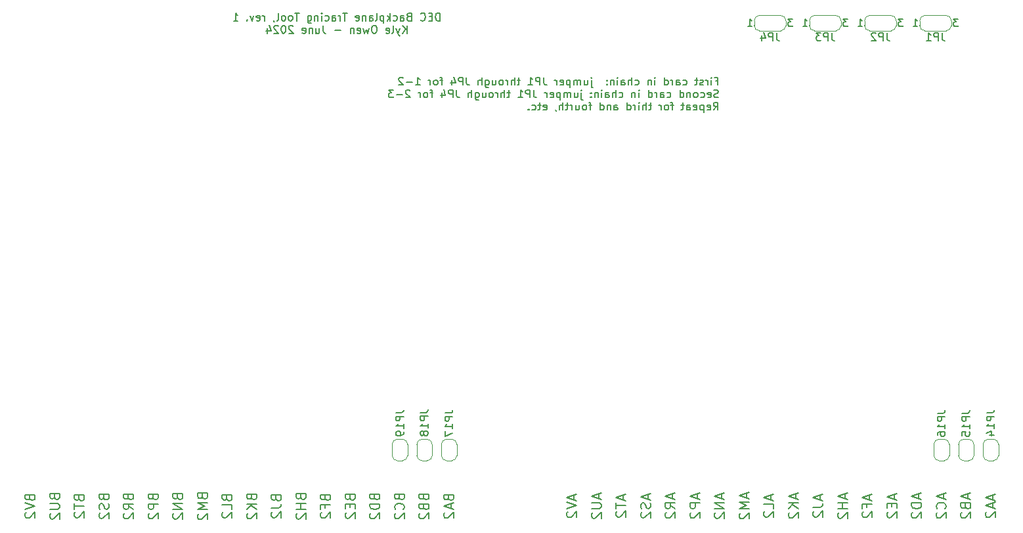
<source format=gbr>
%TF.GenerationSoftware,KiCad,Pcbnew,6.0.11+dfsg-1*%
%TF.CreationDate,2024-06-30T22:37:57-05:00*%
%TF.ProjectId,backplane_tracer,6261636b-706c-4616-9e65-5f7472616365,rev?*%
%TF.SameCoordinates,Original*%
%TF.FileFunction,Legend,Bot*%
%TF.FilePolarity,Positive*%
%FSLAX46Y46*%
G04 Gerber Fmt 4.6, Leading zero omitted, Abs format (unit mm)*
G04 Created by KiCad (PCBNEW 6.0.11+dfsg-1) date 2024-06-30 22:37:57*
%MOMM*%
%LPD*%
G01*
G04 APERTURE LIST*
%ADD10C,0.150000*%
%ADD11C,0.203200*%
%ADD12C,0.120000*%
G04 APERTURE END LIST*
D10*
X126112514Y-61801180D02*
X126112514Y-60801180D01*
X125874419Y-60801180D01*
X125731561Y-60848800D01*
X125636323Y-60944038D01*
X125588704Y-61039276D01*
X125541085Y-61229752D01*
X125541085Y-61372609D01*
X125588704Y-61563085D01*
X125636323Y-61658323D01*
X125731561Y-61753561D01*
X125874419Y-61801180D01*
X126112514Y-61801180D01*
X125112514Y-61277371D02*
X124779180Y-61277371D01*
X124636323Y-61801180D02*
X125112514Y-61801180D01*
X125112514Y-60801180D01*
X124636323Y-60801180D01*
X123636323Y-61705942D02*
X123683942Y-61753561D01*
X123826800Y-61801180D01*
X123922038Y-61801180D01*
X124064895Y-61753561D01*
X124160133Y-61658323D01*
X124207752Y-61563085D01*
X124255371Y-61372609D01*
X124255371Y-61229752D01*
X124207752Y-61039276D01*
X124160133Y-60944038D01*
X124064895Y-60848800D01*
X123922038Y-60801180D01*
X123826800Y-60801180D01*
X123683942Y-60848800D01*
X123636323Y-60896419D01*
X122112514Y-61277371D02*
X121969657Y-61324990D01*
X121922038Y-61372609D01*
X121874419Y-61467847D01*
X121874419Y-61610704D01*
X121922038Y-61705942D01*
X121969657Y-61753561D01*
X122064895Y-61801180D01*
X122445847Y-61801180D01*
X122445847Y-60801180D01*
X122112514Y-60801180D01*
X122017276Y-60848800D01*
X121969657Y-60896419D01*
X121922038Y-60991657D01*
X121922038Y-61086895D01*
X121969657Y-61182133D01*
X122017276Y-61229752D01*
X122112514Y-61277371D01*
X122445847Y-61277371D01*
X121017276Y-61801180D02*
X121017276Y-61277371D01*
X121064895Y-61182133D01*
X121160133Y-61134514D01*
X121350609Y-61134514D01*
X121445847Y-61182133D01*
X121017276Y-61753561D02*
X121112514Y-61801180D01*
X121350609Y-61801180D01*
X121445847Y-61753561D01*
X121493466Y-61658323D01*
X121493466Y-61563085D01*
X121445847Y-61467847D01*
X121350609Y-61420228D01*
X121112514Y-61420228D01*
X121017276Y-61372609D01*
X120112514Y-61753561D02*
X120207752Y-61801180D01*
X120398228Y-61801180D01*
X120493466Y-61753561D01*
X120541085Y-61705942D01*
X120588704Y-61610704D01*
X120588704Y-61324990D01*
X120541085Y-61229752D01*
X120493466Y-61182133D01*
X120398228Y-61134514D01*
X120207752Y-61134514D01*
X120112514Y-61182133D01*
X119683942Y-61801180D02*
X119683942Y-60801180D01*
X119588704Y-61420228D02*
X119302990Y-61801180D01*
X119302990Y-61134514D02*
X119683942Y-61515466D01*
X118874419Y-61134514D02*
X118874419Y-62134514D01*
X118874419Y-61182133D02*
X118779180Y-61134514D01*
X118588704Y-61134514D01*
X118493466Y-61182133D01*
X118445847Y-61229752D01*
X118398228Y-61324990D01*
X118398228Y-61610704D01*
X118445847Y-61705942D01*
X118493466Y-61753561D01*
X118588704Y-61801180D01*
X118779180Y-61801180D01*
X118874419Y-61753561D01*
X117826800Y-61801180D02*
X117922038Y-61753561D01*
X117969657Y-61658323D01*
X117969657Y-60801180D01*
X117017276Y-61801180D02*
X117017276Y-61277371D01*
X117064895Y-61182133D01*
X117160133Y-61134514D01*
X117350609Y-61134514D01*
X117445847Y-61182133D01*
X117017276Y-61753561D02*
X117112514Y-61801180D01*
X117350609Y-61801180D01*
X117445847Y-61753561D01*
X117493466Y-61658323D01*
X117493466Y-61563085D01*
X117445847Y-61467847D01*
X117350609Y-61420228D01*
X117112514Y-61420228D01*
X117017276Y-61372609D01*
X116541085Y-61134514D02*
X116541085Y-61801180D01*
X116541085Y-61229752D02*
X116493466Y-61182133D01*
X116398228Y-61134514D01*
X116255371Y-61134514D01*
X116160133Y-61182133D01*
X116112514Y-61277371D01*
X116112514Y-61801180D01*
X115255371Y-61753561D02*
X115350609Y-61801180D01*
X115541085Y-61801180D01*
X115636323Y-61753561D01*
X115683942Y-61658323D01*
X115683942Y-61277371D01*
X115636323Y-61182133D01*
X115541085Y-61134514D01*
X115350609Y-61134514D01*
X115255371Y-61182133D01*
X115207752Y-61277371D01*
X115207752Y-61372609D01*
X115683942Y-61467847D01*
X114160133Y-60801180D02*
X113588704Y-60801180D01*
X113874419Y-61801180D02*
X113874419Y-60801180D01*
X113255371Y-61801180D02*
X113255371Y-61134514D01*
X113255371Y-61324990D02*
X113207752Y-61229752D01*
X113160133Y-61182133D01*
X113064895Y-61134514D01*
X112969657Y-61134514D01*
X112207752Y-61801180D02*
X112207752Y-61277371D01*
X112255371Y-61182133D01*
X112350609Y-61134514D01*
X112541085Y-61134514D01*
X112636323Y-61182133D01*
X112207752Y-61753561D02*
X112302990Y-61801180D01*
X112541085Y-61801180D01*
X112636323Y-61753561D01*
X112683942Y-61658323D01*
X112683942Y-61563085D01*
X112636323Y-61467847D01*
X112541085Y-61420228D01*
X112302990Y-61420228D01*
X112207752Y-61372609D01*
X111302990Y-61753561D02*
X111398228Y-61801180D01*
X111588704Y-61801180D01*
X111683942Y-61753561D01*
X111731561Y-61705942D01*
X111779180Y-61610704D01*
X111779180Y-61324990D01*
X111731561Y-61229752D01*
X111683942Y-61182133D01*
X111588704Y-61134514D01*
X111398228Y-61134514D01*
X111302990Y-61182133D01*
X110874419Y-61801180D02*
X110874419Y-61134514D01*
X110874419Y-60801180D02*
X110922038Y-60848800D01*
X110874419Y-60896419D01*
X110826800Y-60848800D01*
X110874419Y-60801180D01*
X110874419Y-60896419D01*
X110398228Y-61134514D02*
X110398228Y-61801180D01*
X110398228Y-61229752D02*
X110350609Y-61182133D01*
X110255371Y-61134514D01*
X110112514Y-61134514D01*
X110017276Y-61182133D01*
X109969657Y-61277371D01*
X109969657Y-61801180D01*
X109064895Y-61134514D02*
X109064895Y-61944038D01*
X109112514Y-62039276D01*
X109160133Y-62086895D01*
X109255371Y-62134514D01*
X109398228Y-62134514D01*
X109493466Y-62086895D01*
X109064895Y-61753561D02*
X109160133Y-61801180D01*
X109350609Y-61801180D01*
X109445847Y-61753561D01*
X109493466Y-61705942D01*
X109541085Y-61610704D01*
X109541085Y-61324990D01*
X109493466Y-61229752D01*
X109445847Y-61182133D01*
X109350609Y-61134514D01*
X109160133Y-61134514D01*
X109064895Y-61182133D01*
X107969657Y-60801180D02*
X107398228Y-60801180D01*
X107683942Y-61801180D02*
X107683942Y-60801180D01*
X106922038Y-61801180D02*
X107017276Y-61753561D01*
X107064895Y-61705942D01*
X107112514Y-61610704D01*
X107112514Y-61324990D01*
X107064895Y-61229752D01*
X107017276Y-61182133D01*
X106922038Y-61134514D01*
X106779180Y-61134514D01*
X106683942Y-61182133D01*
X106636323Y-61229752D01*
X106588704Y-61324990D01*
X106588704Y-61610704D01*
X106636323Y-61705942D01*
X106683942Y-61753561D01*
X106779180Y-61801180D01*
X106922038Y-61801180D01*
X106017276Y-61801180D02*
X106112514Y-61753561D01*
X106160133Y-61705942D01*
X106207752Y-61610704D01*
X106207752Y-61324990D01*
X106160133Y-61229752D01*
X106112514Y-61182133D01*
X106017276Y-61134514D01*
X105874419Y-61134514D01*
X105779180Y-61182133D01*
X105731561Y-61229752D01*
X105683942Y-61324990D01*
X105683942Y-61610704D01*
X105731561Y-61705942D01*
X105779180Y-61753561D01*
X105874419Y-61801180D01*
X106017276Y-61801180D01*
X105112514Y-61801180D02*
X105207752Y-61753561D01*
X105255371Y-61658323D01*
X105255371Y-60801180D01*
X104683942Y-61753561D02*
X104683942Y-61801180D01*
X104731561Y-61896419D01*
X104779180Y-61944038D01*
X103493466Y-61801180D02*
X103493466Y-61134514D01*
X103493466Y-61324990D02*
X103445847Y-61229752D01*
X103398228Y-61182133D01*
X103302990Y-61134514D01*
X103207752Y-61134514D01*
X102493466Y-61753561D02*
X102588704Y-61801180D01*
X102779180Y-61801180D01*
X102874419Y-61753561D01*
X102922038Y-61658323D01*
X102922038Y-61277371D01*
X102874419Y-61182133D01*
X102779180Y-61134514D01*
X102588704Y-61134514D01*
X102493466Y-61182133D01*
X102445847Y-61277371D01*
X102445847Y-61372609D01*
X102922038Y-61467847D01*
X102112514Y-61134514D02*
X101874419Y-61801180D01*
X101636323Y-61134514D01*
X101255371Y-61705942D02*
X101207752Y-61753561D01*
X101255371Y-61801180D01*
X101302990Y-61753561D01*
X101255371Y-61705942D01*
X101255371Y-61801180D01*
X99493466Y-61801180D02*
X100064895Y-61801180D01*
X99779180Y-61801180D02*
X99779180Y-60801180D01*
X99874419Y-60944038D01*
X99969657Y-61039276D01*
X100064895Y-61086895D01*
X121850609Y-63411180D02*
X121850609Y-62411180D01*
X121279180Y-63411180D02*
X121707752Y-62839752D01*
X121279180Y-62411180D02*
X121850609Y-62982609D01*
X120945847Y-62744514D02*
X120707752Y-63411180D01*
X120469657Y-62744514D02*
X120707752Y-63411180D01*
X120802990Y-63649276D01*
X120850609Y-63696895D01*
X120945847Y-63744514D01*
X119945847Y-63411180D02*
X120041085Y-63363561D01*
X120088704Y-63268323D01*
X120088704Y-62411180D01*
X119183942Y-63363561D02*
X119279180Y-63411180D01*
X119469657Y-63411180D01*
X119564895Y-63363561D01*
X119612514Y-63268323D01*
X119612514Y-62887371D01*
X119564895Y-62792133D01*
X119469657Y-62744514D01*
X119279180Y-62744514D01*
X119183942Y-62792133D01*
X119136323Y-62887371D01*
X119136323Y-62982609D01*
X119612514Y-63077847D01*
X117755371Y-62411180D02*
X117564895Y-62411180D01*
X117469657Y-62458800D01*
X117374419Y-62554038D01*
X117326800Y-62744514D01*
X117326800Y-63077847D01*
X117374419Y-63268323D01*
X117469657Y-63363561D01*
X117564895Y-63411180D01*
X117755371Y-63411180D01*
X117850609Y-63363561D01*
X117945847Y-63268323D01*
X117993466Y-63077847D01*
X117993466Y-62744514D01*
X117945847Y-62554038D01*
X117850609Y-62458800D01*
X117755371Y-62411180D01*
X116993466Y-62744514D02*
X116802990Y-63411180D01*
X116612514Y-62934990D01*
X116422038Y-63411180D01*
X116231561Y-62744514D01*
X115469657Y-63363561D02*
X115564895Y-63411180D01*
X115755371Y-63411180D01*
X115850609Y-63363561D01*
X115898228Y-63268323D01*
X115898228Y-62887371D01*
X115850609Y-62792133D01*
X115755371Y-62744514D01*
X115564895Y-62744514D01*
X115469657Y-62792133D01*
X115422038Y-62887371D01*
X115422038Y-62982609D01*
X115898228Y-63077847D01*
X114993466Y-62744514D02*
X114993466Y-63411180D01*
X114993466Y-62839752D02*
X114945847Y-62792133D01*
X114850609Y-62744514D01*
X114707752Y-62744514D01*
X114612514Y-62792133D01*
X114564895Y-62887371D01*
X114564895Y-63411180D01*
X113326800Y-63030228D02*
X112564895Y-63030228D01*
X111041085Y-62411180D02*
X111041085Y-63125466D01*
X111088704Y-63268323D01*
X111183942Y-63363561D01*
X111326800Y-63411180D01*
X111422038Y-63411180D01*
X110136323Y-62744514D02*
X110136323Y-63411180D01*
X110564895Y-62744514D02*
X110564895Y-63268323D01*
X110517276Y-63363561D01*
X110422038Y-63411180D01*
X110279180Y-63411180D01*
X110183942Y-63363561D01*
X110136323Y-63315942D01*
X109660133Y-62744514D02*
X109660133Y-63411180D01*
X109660133Y-62839752D02*
X109612514Y-62792133D01*
X109517276Y-62744514D01*
X109374419Y-62744514D01*
X109279180Y-62792133D01*
X109231561Y-62887371D01*
X109231561Y-63411180D01*
X108374419Y-63363561D02*
X108469657Y-63411180D01*
X108660133Y-63411180D01*
X108755371Y-63363561D01*
X108802990Y-63268323D01*
X108802990Y-62887371D01*
X108755371Y-62792133D01*
X108660133Y-62744514D01*
X108469657Y-62744514D01*
X108374419Y-62792133D01*
X108326800Y-62887371D01*
X108326800Y-62982609D01*
X108802990Y-63077847D01*
X107183942Y-62506419D02*
X107136323Y-62458800D01*
X107041085Y-62411180D01*
X106802990Y-62411180D01*
X106707752Y-62458800D01*
X106660133Y-62506419D01*
X106612514Y-62601657D01*
X106612514Y-62696895D01*
X106660133Y-62839752D01*
X107231561Y-63411180D01*
X106612514Y-63411180D01*
X105993466Y-62411180D02*
X105898228Y-62411180D01*
X105802990Y-62458800D01*
X105755371Y-62506419D01*
X105707752Y-62601657D01*
X105660133Y-62792133D01*
X105660133Y-63030228D01*
X105707752Y-63220704D01*
X105755371Y-63315942D01*
X105802990Y-63363561D01*
X105898228Y-63411180D01*
X105993466Y-63411180D01*
X106088704Y-63363561D01*
X106136323Y-63315942D01*
X106183942Y-63220704D01*
X106231561Y-63030228D01*
X106231561Y-62792133D01*
X106183942Y-62601657D01*
X106136323Y-62506419D01*
X106088704Y-62458800D01*
X105993466Y-62411180D01*
X105279180Y-62506419D02*
X105231561Y-62458800D01*
X105136323Y-62411180D01*
X104898228Y-62411180D01*
X104802990Y-62458800D01*
X104755371Y-62506419D01*
X104707752Y-62601657D01*
X104707752Y-62696895D01*
X104755371Y-62839752D01*
X105326800Y-63411180D01*
X104707752Y-63411180D01*
X103850609Y-62744514D02*
X103850609Y-63411180D01*
X104088704Y-62363561D02*
X104326800Y-63077847D01*
X103707752Y-63077847D01*
X161637071Y-69565571D02*
X161970404Y-69565571D01*
X161970404Y-70089380D02*
X161970404Y-69089380D01*
X161494214Y-69089380D01*
X161113261Y-70089380D02*
X161113261Y-69422714D01*
X161113261Y-69089380D02*
X161160880Y-69137000D01*
X161113261Y-69184619D01*
X161065642Y-69137000D01*
X161113261Y-69089380D01*
X161113261Y-69184619D01*
X160637071Y-70089380D02*
X160637071Y-69422714D01*
X160637071Y-69613190D02*
X160589452Y-69517952D01*
X160541833Y-69470333D01*
X160446595Y-69422714D01*
X160351357Y-69422714D01*
X160065642Y-70041761D02*
X159970404Y-70089380D01*
X159779928Y-70089380D01*
X159684690Y-70041761D01*
X159637071Y-69946523D01*
X159637071Y-69898904D01*
X159684690Y-69803666D01*
X159779928Y-69756047D01*
X159922785Y-69756047D01*
X160018023Y-69708428D01*
X160065642Y-69613190D01*
X160065642Y-69565571D01*
X160018023Y-69470333D01*
X159922785Y-69422714D01*
X159779928Y-69422714D01*
X159684690Y-69470333D01*
X159351357Y-69422714D02*
X158970404Y-69422714D01*
X159208500Y-69089380D02*
X159208500Y-69946523D01*
X159160880Y-70041761D01*
X159065642Y-70089380D01*
X158970404Y-70089380D01*
X157446595Y-70041761D02*
X157541833Y-70089380D01*
X157732309Y-70089380D01*
X157827547Y-70041761D01*
X157875166Y-69994142D01*
X157922785Y-69898904D01*
X157922785Y-69613190D01*
X157875166Y-69517952D01*
X157827547Y-69470333D01*
X157732309Y-69422714D01*
X157541833Y-69422714D01*
X157446595Y-69470333D01*
X156589452Y-70089380D02*
X156589452Y-69565571D01*
X156637071Y-69470333D01*
X156732309Y-69422714D01*
X156922785Y-69422714D01*
X157018023Y-69470333D01*
X156589452Y-70041761D02*
X156684690Y-70089380D01*
X156922785Y-70089380D01*
X157018023Y-70041761D01*
X157065642Y-69946523D01*
X157065642Y-69851285D01*
X157018023Y-69756047D01*
X156922785Y-69708428D01*
X156684690Y-69708428D01*
X156589452Y-69660809D01*
X156113261Y-70089380D02*
X156113261Y-69422714D01*
X156113261Y-69613190D02*
X156065642Y-69517952D01*
X156018023Y-69470333D01*
X155922785Y-69422714D01*
X155827547Y-69422714D01*
X155065642Y-70089380D02*
X155065642Y-69089380D01*
X155065642Y-70041761D02*
X155160880Y-70089380D01*
X155351357Y-70089380D01*
X155446595Y-70041761D01*
X155494214Y-69994142D01*
X155541833Y-69898904D01*
X155541833Y-69613190D01*
X155494214Y-69517952D01*
X155446595Y-69470333D01*
X155351357Y-69422714D01*
X155160880Y-69422714D01*
X155065642Y-69470333D01*
X153827547Y-70089380D02*
X153827547Y-69422714D01*
X153827547Y-69089380D02*
X153875166Y-69137000D01*
X153827547Y-69184619D01*
X153779928Y-69137000D01*
X153827547Y-69089380D01*
X153827547Y-69184619D01*
X153351357Y-69422714D02*
X153351357Y-70089380D01*
X153351357Y-69517952D02*
X153303738Y-69470333D01*
X153208500Y-69422714D01*
X153065642Y-69422714D01*
X152970404Y-69470333D01*
X152922785Y-69565571D01*
X152922785Y-70089380D01*
X151256119Y-70041761D02*
X151351357Y-70089380D01*
X151541833Y-70089380D01*
X151637071Y-70041761D01*
X151684690Y-69994142D01*
X151732309Y-69898904D01*
X151732309Y-69613190D01*
X151684690Y-69517952D01*
X151637071Y-69470333D01*
X151541833Y-69422714D01*
X151351357Y-69422714D01*
X151256119Y-69470333D01*
X150827547Y-70089380D02*
X150827547Y-69089380D01*
X150398976Y-70089380D02*
X150398976Y-69565571D01*
X150446595Y-69470333D01*
X150541833Y-69422714D01*
X150684690Y-69422714D01*
X150779928Y-69470333D01*
X150827547Y-69517952D01*
X149494214Y-70089380D02*
X149494214Y-69565571D01*
X149541833Y-69470333D01*
X149637071Y-69422714D01*
X149827547Y-69422714D01*
X149922785Y-69470333D01*
X149494214Y-70041761D02*
X149589452Y-70089380D01*
X149827547Y-70089380D01*
X149922785Y-70041761D01*
X149970404Y-69946523D01*
X149970404Y-69851285D01*
X149922785Y-69756047D01*
X149827547Y-69708428D01*
X149589452Y-69708428D01*
X149494214Y-69660809D01*
X149018023Y-70089380D02*
X149018023Y-69422714D01*
X149018023Y-69089380D02*
X149065642Y-69137000D01*
X149018023Y-69184619D01*
X148970404Y-69137000D01*
X149018023Y-69089380D01*
X149018023Y-69184619D01*
X148541833Y-69422714D02*
X148541833Y-70089380D01*
X148541833Y-69517952D02*
X148494214Y-69470333D01*
X148398976Y-69422714D01*
X148256119Y-69422714D01*
X148160880Y-69470333D01*
X148113261Y-69565571D01*
X148113261Y-70089380D01*
X147637071Y-69994142D02*
X147589452Y-70041761D01*
X147637071Y-70089380D01*
X147684690Y-70041761D01*
X147637071Y-69994142D01*
X147637071Y-70089380D01*
X147637071Y-69470333D02*
X147589452Y-69517952D01*
X147637071Y-69565571D01*
X147684690Y-69517952D01*
X147637071Y-69470333D01*
X147637071Y-69565571D01*
X145637071Y-69422714D02*
X145637071Y-70279857D01*
X145684690Y-70375095D01*
X145779928Y-70422714D01*
X145827547Y-70422714D01*
X145637071Y-69089380D02*
X145684690Y-69137000D01*
X145637071Y-69184619D01*
X145589452Y-69137000D01*
X145637071Y-69089380D01*
X145637071Y-69184619D01*
X144732309Y-69422714D02*
X144732309Y-70089380D01*
X145160880Y-69422714D02*
X145160880Y-69946523D01*
X145113261Y-70041761D01*
X145018023Y-70089380D01*
X144875166Y-70089380D01*
X144779928Y-70041761D01*
X144732309Y-69994142D01*
X144256119Y-70089380D02*
X144256119Y-69422714D01*
X144256119Y-69517952D02*
X144208500Y-69470333D01*
X144113261Y-69422714D01*
X143970404Y-69422714D01*
X143875166Y-69470333D01*
X143827547Y-69565571D01*
X143827547Y-70089380D01*
X143827547Y-69565571D02*
X143779928Y-69470333D01*
X143684690Y-69422714D01*
X143541833Y-69422714D01*
X143446595Y-69470333D01*
X143398976Y-69565571D01*
X143398976Y-70089380D01*
X142922785Y-69422714D02*
X142922785Y-70422714D01*
X142922785Y-69470333D02*
X142827547Y-69422714D01*
X142637071Y-69422714D01*
X142541833Y-69470333D01*
X142494214Y-69517952D01*
X142446595Y-69613190D01*
X142446595Y-69898904D01*
X142494214Y-69994142D01*
X142541833Y-70041761D01*
X142637071Y-70089380D01*
X142827547Y-70089380D01*
X142922785Y-70041761D01*
X141637071Y-70041761D02*
X141732309Y-70089380D01*
X141922785Y-70089380D01*
X142018023Y-70041761D01*
X142065642Y-69946523D01*
X142065642Y-69565571D01*
X142018023Y-69470333D01*
X141922785Y-69422714D01*
X141732309Y-69422714D01*
X141637071Y-69470333D01*
X141589452Y-69565571D01*
X141589452Y-69660809D01*
X142065642Y-69756047D01*
X141160880Y-70089380D02*
X141160880Y-69422714D01*
X141160880Y-69613190D02*
X141113261Y-69517952D01*
X141065642Y-69470333D01*
X140970404Y-69422714D01*
X140875166Y-69422714D01*
X139494214Y-69089380D02*
X139494214Y-69803666D01*
X139541833Y-69946523D01*
X139637071Y-70041761D01*
X139779928Y-70089380D01*
X139875166Y-70089380D01*
X139018023Y-70089380D02*
X139018023Y-69089380D01*
X138637071Y-69089380D01*
X138541833Y-69137000D01*
X138494214Y-69184619D01*
X138446595Y-69279857D01*
X138446595Y-69422714D01*
X138494214Y-69517952D01*
X138541833Y-69565571D01*
X138637071Y-69613190D01*
X139018023Y-69613190D01*
X137494214Y-70089380D02*
X138065642Y-70089380D01*
X137779928Y-70089380D02*
X137779928Y-69089380D01*
X137875166Y-69232238D01*
X137970404Y-69327476D01*
X138065642Y-69375095D01*
X136446595Y-69422714D02*
X136065642Y-69422714D01*
X136303738Y-69089380D02*
X136303738Y-69946523D01*
X136256119Y-70041761D01*
X136160880Y-70089380D01*
X136065642Y-70089380D01*
X135732309Y-70089380D02*
X135732309Y-69089380D01*
X135303738Y-70089380D02*
X135303738Y-69565571D01*
X135351357Y-69470333D01*
X135446595Y-69422714D01*
X135589452Y-69422714D01*
X135684690Y-69470333D01*
X135732309Y-69517952D01*
X134827547Y-70089380D02*
X134827547Y-69422714D01*
X134827547Y-69613190D02*
X134779928Y-69517952D01*
X134732309Y-69470333D01*
X134637071Y-69422714D01*
X134541833Y-69422714D01*
X134065642Y-70089380D02*
X134160880Y-70041761D01*
X134208500Y-69994142D01*
X134256119Y-69898904D01*
X134256119Y-69613190D01*
X134208500Y-69517952D01*
X134160880Y-69470333D01*
X134065642Y-69422714D01*
X133922785Y-69422714D01*
X133827547Y-69470333D01*
X133779928Y-69517952D01*
X133732309Y-69613190D01*
X133732309Y-69898904D01*
X133779928Y-69994142D01*
X133827547Y-70041761D01*
X133922785Y-70089380D01*
X134065642Y-70089380D01*
X132875166Y-69422714D02*
X132875166Y-70089380D01*
X133303738Y-69422714D02*
X133303738Y-69946523D01*
X133256119Y-70041761D01*
X133160880Y-70089380D01*
X133018023Y-70089380D01*
X132922785Y-70041761D01*
X132875166Y-69994142D01*
X131970404Y-69422714D02*
X131970404Y-70232238D01*
X132018023Y-70327476D01*
X132065642Y-70375095D01*
X132160880Y-70422714D01*
X132303738Y-70422714D01*
X132398976Y-70375095D01*
X131970404Y-70041761D02*
X132065642Y-70089380D01*
X132256119Y-70089380D01*
X132351357Y-70041761D01*
X132398976Y-69994142D01*
X132446595Y-69898904D01*
X132446595Y-69613190D01*
X132398976Y-69517952D01*
X132351357Y-69470333D01*
X132256119Y-69422714D01*
X132065642Y-69422714D01*
X131970404Y-69470333D01*
X131494214Y-70089380D02*
X131494214Y-69089380D01*
X131065642Y-70089380D02*
X131065642Y-69565571D01*
X131113261Y-69470333D01*
X131208500Y-69422714D01*
X131351357Y-69422714D01*
X131446595Y-69470333D01*
X131494214Y-69517952D01*
X129541833Y-69089380D02*
X129541833Y-69803666D01*
X129589452Y-69946523D01*
X129684690Y-70041761D01*
X129827547Y-70089380D01*
X129922785Y-70089380D01*
X129065642Y-70089380D02*
X129065642Y-69089380D01*
X128684690Y-69089380D01*
X128589452Y-69137000D01*
X128541833Y-69184619D01*
X128494214Y-69279857D01*
X128494214Y-69422714D01*
X128541833Y-69517952D01*
X128589452Y-69565571D01*
X128684690Y-69613190D01*
X129065642Y-69613190D01*
X127637071Y-69422714D02*
X127637071Y-70089380D01*
X127875166Y-69041761D02*
X128113261Y-69756047D01*
X127494214Y-69756047D01*
X126494214Y-69422714D02*
X126113261Y-69422714D01*
X126351357Y-70089380D02*
X126351357Y-69232238D01*
X126303738Y-69137000D01*
X126208500Y-69089380D01*
X126113261Y-69089380D01*
X125637071Y-70089380D02*
X125732309Y-70041761D01*
X125779928Y-69994142D01*
X125827547Y-69898904D01*
X125827547Y-69613190D01*
X125779928Y-69517952D01*
X125732309Y-69470333D01*
X125637071Y-69422714D01*
X125494214Y-69422714D01*
X125398976Y-69470333D01*
X125351357Y-69517952D01*
X125303738Y-69613190D01*
X125303738Y-69898904D01*
X125351357Y-69994142D01*
X125398976Y-70041761D01*
X125494214Y-70089380D01*
X125637071Y-70089380D01*
X124875166Y-70089380D02*
X124875166Y-69422714D01*
X124875166Y-69613190D02*
X124827547Y-69517952D01*
X124779928Y-69470333D01*
X124684690Y-69422714D01*
X124589452Y-69422714D01*
X122970404Y-70089380D02*
X123541833Y-70089380D01*
X123256119Y-70089380D02*
X123256119Y-69089380D01*
X123351357Y-69232238D01*
X123446595Y-69327476D01*
X123541833Y-69375095D01*
X122541833Y-69708428D02*
X121779928Y-69708428D01*
X121351357Y-69184619D02*
X121303738Y-69137000D01*
X121208500Y-69089380D01*
X120970404Y-69089380D01*
X120875166Y-69137000D01*
X120827547Y-69184619D01*
X120779928Y-69279857D01*
X120779928Y-69375095D01*
X120827547Y-69517952D01*
X121398976Y-70089380D01*
X120779928Y-70089380D01*
X162018023Y-71651761D02*
X161875166Y-71699380D01*
X161637071Y-71699380D01*
X161541833Y-71651761D01*
X161494214Y-71604142D01*
X161446595Y-71508904D01*
X161446595Y-71413666D01*
X161494214Y-71318428D01*
X161541833Y-71270809D01*
X161637071Y-71223190D01*
X161827547Y-71175571D01*
X161922785Y-71127952D01*
X161970404Y-71080333D01*
X162018023Y-70985095D01*
X162018023Y-70889857D01*
X161970404Y-70794619D01*
X161922785Y-70747000D01*
X161827547Y-70699380D01*
X161589452Y-70699380D01*
X161446595Y-70747000D01*
X160637071Y-71651761D02*
X160732309Y-71699380D01*
X160922785Y-71699380D01*
X161018023Y-71651761D01*
X161065642Y-71556523D01*
X161065642Y-71175571D01*
X161018023Y-71080333D01*
X160922785Y-71032714D01*
X160732309Y-71032714D01*
X160637071Y-71080333D01*
X160589452Y-71175571D01*
X160589452Y-71270809D01*
X161065642Y-71366047D01*
X159732309Y-71651761D02*
X159827547Y-71699380D01*
X160018023Y-71699380D01*
X160113261Y-71651761D01*
X160160880Y-71604142D01*
X160208500Y-71508904D01*
X160208500Y-71223190D01*
X160160880Y-71127952D01*
X160113261Y-71080333D01*
X160018023Y-71032714D01*
X159827547Y-71032714D01*
X159732309Y-71080333D01*
X159160880Y-71699380D02*
X159256119Y-71651761D01*
X159303738Y-71604142D01*
X159351357Y-71508904D01*
X159351357Y-71223190D01*
X159303738Y-71127952D01*
X159256119Y-71080333D01*
X159160880Y-71032714D01*
X159018023Y-71032714D01*
X158922785Y-71080333D01*
X158875166Y-71127952D01*
X158827547Y-71223190D01*
X158827547Y-71508904D01*
X158875166Y-71604142D01*
X158922785Y-71651761D01*
X159018023Y-71699380D01*
X159160880Y-71699380D01*
X158398976Y-71032714D02*
X158398976Y-71699380D01*
X158398976Y-71127952D02*
X158351357Y-71080333D01*
X158256119Y-71032714D01*
X158113261Y-71032714D01*
X158018023Y-71080333D01*
X157970404Y-71175571D01*
X157970404Y-71699380D01*
X157065642Y-71699380D02*
X157065642Y-70699380D01*
X157065642Y-71651761D02*
X157160880Y-71699380D01*
X157351357Y-71699380D01*
X157446595Y-71651761D01*
X157494214Y-71604142D01*
X157541833Y-71508904D01*
X157541833Y-71223190D01*
X157494214Y-71127952D01*
X157446595Y-71080333D01*
X157351357Y-71032714D01*
X157160880Y-71032714D01*
X157065642Y-71080333D01*
X155398976Y-71651761D02*
X155494214Y-71699380D01*
X155684690Y-71699380D01*
X155779928Y-71651761D01*
X155827547Y-71604142D01*
X155875166Y-71508904D01*
X155875166Y-71223190D01*
X155827547Y-71127952D01*
X155779928Y-71080333D01*
X155684690Y-71032714D01*
X155494214Y-71032714D01*
X155398976Y-71080333D01*
X154541833Y-71699380D02*
X154541833Y-71175571D01*
X154589452Y-71080333D01*
X154684690Y-71032714D01*
X154875166Y-71032714D01*
X154970404Y-71080333D01*
X154541833Y-71651761D02*
X154637071Y-71699380D01*
X154875166Y-71699380D01*
X154970404Y-71651761D01*
X155018023Y-71556523D01*
X155018023Y-71461285D01*
X154970404Y-71366047D01*
X154875166Y-71318428D01*
X154637071Y-71318428D01*
X154541833Y-71270809D01*
X154065642Y-71699380D02*
X154065642Y-71032714D01*
X154065642Y-71223190D02*
X154018023Y-71127952D01*
X153970404Y-71080333D01*
X153875166Y-71032714D01*
X153779928Y-71032714D01*
X153018023Y-71699380D02*
X153018023Y-70699380D01*
X153018023Y-71651761D02*
X153113261Y-71699380D01*
X153303738Y-71699380D01*
X153398976Y-71651761D01*
X153446595Y-71604142D01*
X153494214Y-71508904D01*
X153494214Y-71223190D01*
X153446595Y-71127952D01*
X153398976Y-71080333D01*
X153303738Y-71032714D01*
X153113261Y-71032714D01*
X153018023Y-71080333D01*
X151779928Y-71699380D02*
X151779928Y-71032714D01*
X151779928Y-70699380D02*
X151827547Y-70747000D01*
X151779928Y-70794619D01*
X151732309Y-70747000D01*
X151779928Y-70699380D01*
X151779928Y-70794619D01*
X151303738Y-71032714D02*
X151303738Y-71699380D01*
X151303738Y-71127952D02*
X151256119Y-71080333D01*
X151160880Y-71032714D01*
X151018023Y-71032714D01*
X150922785Y-71080333D01*
X150875166Y-71175571D01*
X150875166Y-71699380D01*
X149208500Y-71651761D02*
X149303738Y-71699380D01*
X149494214Y-71699380D01*
X149589452Y-71651761D01*
X149637071Y-71604142D01*
X149684690Y-71508904D01*
X149684690Y-71223190D01*
X149637071Y-71127952D01*
X149589452Y-71080333D01*
X149494214Y-71032714D01*
X149303738Y-71032714D01*
X149208500Y-71080333D01*
X148779928Y-71699380D02*
X148779928Y-70699380D01*
X148351357Y-71699380D02*
X148351357Y-71175571D01*
X148398976Y-71080333D01*
X148494214Y-71032714D01*
X148637071Y-71032714D01*
X148732309Y-71080333D01*
X148779928Y-71127952D01*
X147446595Y-71699380D02*
X147446595Y-71175571D01*
X147494214Y-71080333D01*
X147589452Y-71032714D01*
X147779928Y-71032714D01*
X147875166Y-71080333D01*
X147446595Y-71651761D02*
X147541833Y-71699380D01*
X147779928Y-71699380D01*
X147875166Y-71651761D01*
X147922785Y-71556523D01*
X147922785Y-71461285D01*
X147875166Y-71366047D01*
X147779928Y-71318428D01*
X147541833Y-71318428D01*
X147446595Y-71270809D01*
X146970404Y-71699380D02*
X146970404Y-71032714D01*
X146970404Y-70699380D02*
X147018023Y-70747000D01*
X146970404Y-70794619D01*
X146922785Y-70747000D01*
X146970404Y-70699380D01*
X146970404Y-70794619D01*
X146494214Y-71032714D02*
X146494214Y-71699380D01*
X146494214Y-71127952D02*
X146446595Y-71080333D01*
X146351357Y-71032714D01*
X146208500Y-71032714D01*
X146113261Y-71080333D01*
X146065642Y-71175571D01*
X146065642Y-71699380D01*
X145589452Y-71604142D02*
X145541833Y-71651761D01*
X145589452Y-71699380D01*
X145637071Y-71651761D01*
X145589452Y-71604142D01*
X145589452Y-71699380D01*
X145589452Y-71080333D02*
X145541833Y-71127952D01*
X145589452Y-71175571D01*
X145637071Y-71127952D01*
X145589452Y-71080333D01*
X145589452Y-71175571D01*
X144351357Y-71032714D02*
X144351357Y-71889857D01*
X144398976Y-71985095D01*
X144494214Y-72032714D01*
X144541833Y-72032714D01*
X144351357Y-70699380D02*
X144398976Y-70747000D01*
X144351357Y-70794619D01*
X144303738Y-70747000D01*
X144351357Y-70699380D01*
X144351357Y-70794619D01*
X143446595Y-71032714D02*
X143446595Y-71699380D01*
X143875166Y-71032714D02*
X143875166Y-71556523D01*
X143827547Y-71651761D01*
X143732309Y-71699380D01*
X143589452Y-71699380D01*
X143494214Y-71651761D01*
X143446595Y-71604142D01*
X142970404Y-71699380D02*
X142970404Y-71032714D01*
X142970404Y-71127952D02*
X142922785Y-71080333D01*
X142827547Y-71032714D01*
X142684690Y-71032714D01*
X142589452Y-71080333D01*
X142541833Y-71175571D01*
X142541833Y-71699380D01*
X142541833Y-71175571D02*
X142494214Y-71080333D01*
X142398976Y-71032714D01*
X142256119Y-71032714D01*
X142160880Y-71080333D01*
X142113261Y-71175571D01*
X142113261Y-71699380D01*
X141637071Y-71032714D02*
X141637071Y-72032714D01*
X141637071Y-71080333D02*
X141541833Y-71032714D01*
X141351357Y-71032714D01*
X141256119Y-71080333D01*
X141208500Y-71127952D01*
X141160880Y-71223190D01*
X141160880Y-71508904D01*
X141208500Y-71604142D01*
X141256119Y-71651761D01*
X141351357Y-71699380D01*
X141541833Y-71699380D01*
X141637071Y-71651761D01*
X140351357Y-71651761D02*
X140446595Y-71699380D01*
X140637071Y-71699380D01*
X140732309Y-71651761D01*
X140779928Y-71556523D01*
X140779928Y-71175571D01*
X140732309Y-71080333D01*
X140637071Y-71032714D01*
X140446595Y-71032714D01*
X140351357Y-71080333D01*
X140303738Y-71175571D01*
X140303738Y-71270809D01*
X140779928Y-71366047D01*
X139875166Y-71699380D02*
X139875166Y-71032714D01*
X139875166Y-71223190D02*
X139827547Y-71127952D01*
X139779928Y-71080333D01*
X139684690Y-71032714D01*
X139589452Y-71032714D01*
X138208500Y-70699380D02*
X138208500Y-71413666D01*
X138256119Y-71556523D01*
X138351357Y-71651761D01*
X138494214Y-71699380D01*
X138589452Y-71699380D01*
X137732309Y-71699380D02*
X137732309Y-70699380D01*
X137351357Y-70699380D01*
X137256119Y-70747000D01*
X137208500Y-70794619D01*
X137160880Y-70889857D01*
X137160880Y-71032714D01*
X137208500Y-71127952D01*
X137256119Y-71175571D01*
X137351357Y-71223190D01*
X137732309Y-71223190D01*
X136208500Y-71699380D02*
X136779928Y-71699380D01*
X136494214Y-71699380D02*
X136494214Y-70699380D01*
X136589452Y-70842238D01*
X136684690Y-70937476D01*
X136779928Y-70985095D01*
X135160880Y-71032714D02*
X134779928Y-71032714D01*
X135018023Y-70699380D02*
X135018023Y-71556523D01*
X134970404Y-71651761D01*
X134875166Y-71699380D01*
X134779928Y-71699380D01*
X134446595Y-71699380D02*
X134446595Y-70699380D01*
X134018023Y-71699380D02*
X134018023Y-71175571D01*
X134065642Y-71080333D01*
X134160880Y-71032714D01*
X134303738Y-71032714D01*
X134398976Y-71080333D01*
X134446595Y-71127952D01*
X133541833Y-71699380D02*
X133541833Y-71032714D01*
X133541833Y-71223190D02*
X133494214Y-71127952D01*
X133446595Y-71080333D01*
X133351357Y-71032714D01*
X133256119Y-71032714D01*
X132779928Y-71699380D02*
X132875166Y-71651761D01*
X132922785Y-71604142D01*
X132970404Y-71508904D01*
X132970404Y-71223190D01*
X132922785Y-71127952D01*
X132875166Y-71080333D01*
X132779928Y-71032714D01*
X132637071Y-71032714D01*
X132541833Y-71080333D01*
X132494214Y-71127952D01*
X132446595Y-71223190D01*
X132446595Y-71508904D01*
X132494214Y-71604142D01*
X132541833Y-71651761D01*
X132637071Y-71699380D01*
X132779928Y-71699380D01*
X131589452Y-71032714D02*
X131589452Y-71699380D01*
X132018023Y-71032714D02*
X132018023Y-71556523D01*
X131970404Y-71651761D01*
X131875166Y-71699380D01*
X131732309Y-71699380D01*
X131637071Y-71651761D01*
X131589452Y-71604142D01*
X130684690Y-71032714D02*
X130684690Y-71842238D01*
X130732309Y-71937476D01*
X130779928Y-71985095D01*
X130875166Y-72032714D01*
X131018023Y-72032714D01*
X131113261Y-71985095D01*
X130684690Y-71651761D02*
X130779928Y-71699380D01*
X130970404Y-71699380D01*
X131065642Y-71651761D01*
X131113261Y-71604142D01*
X131160880Y-71508904D01*
X131160880Y-71223190D01*
X131113261Y-71127952D01*
X131065642Y-71080333D01*
X130970404Y-71032714D01*
X130779928Y-71032714D01*
X130684690Y-71080333D01*
X130208500Y-71699380D02*
X130208500Y-70699380D01*
X129779928Y-71699380D02*
X129779928Y-71175571D01*
X129827547Y-71080333D01*
X129922785Y-71032714D01*
X130065642Y-71032714D01*
X130160880Y-71080333D01*
X130208500Y-71127952D01*
X128256119Y-70699380D02*
X128256119Y-71413666D01*
X128303738Y-71556523D01*
X128398976Y-71651761D01*
X128541833Y-71699380D01*
X128637071Y-71699380D01*
X127779928Y-71699380D02*
X127779928Y-70699380D01*
X127398976Y-70699380D01*
X127303738Y-70747000D01*
X127256119Y-70794619D01*
X127208500Y-70889857D01*
X127208500Y-71032714D01*
X127256119Y-71127952D01*
X127303738Y-71175571D01*
X127398976Y-71223190D01*
X127779928Y-71223190D01*
X126351357Y-71032714D02*
X126351357Y-71699380D01*
X126589452Y-70651761D02*
X126827547Y-71366047D01*
X126208500Y-71366047D01*
X125208500Y-71032714D02*
X124827547Y-71032714D01*
X125065642Y-71699380D02*
X125065642Y-70842238D01*
X125018023Y-70747000D01*
X124922785Y-70699380D01*
X124827547Y-70699380D01*
X124351357Y-71699380D02*
X124446595Y-71651761D01*
X124494214Y-71604142D01*
X124541833Y-71508904D01*
X124541833Y-71223190D01*
X124494214Y-71127952D01*
X124446595Y-71080333D01*
X124351357Y-71032714D01*
X124208500Y-71032714D01*
X124113261Y-71080333D01*
X124065642Y-71127952D01*
X124018023Y-71223190D01*
X124018023Y-71508904D01*
X124065642Y-71604142D01*
X124113261Y-71651761D01*
X124208500Y-71699380D01*
X124351357Y-71699380D01*
X123589452Y-71699380D02*
X123589452Y-71032714D01*
X123589452Y-71223190D02*
X123541833Y-71127952D01*
X123494214Y-71080333D01*
X123398976Y-71032714D01*
X123303738Y-71032714D01*
X122256119Y-70794619D02*
X122208500Y-70747000D01*
X122113261Y-70699380D01*
X121875166Y-70699380D01*
X121779928Y-70747000D01*
X121732309Y-70794619D01*
X121684690Y-70889857D01*
X121684690Y-70985095D01*
X121732309Y-71127952D01*
X122303738Y-71699380D01*
X121684690Y-71699380D01*
X121256119Y-71318428D02*
X120494214Y-71318428D01*
X120113261Y-70699380D02*
X119494214Y-70699380D01*
X119827547Y-71080333D01*
X119684690Y-71080333D01*
X119589452Y-71127952D01*
X119541833Y-71175571D01*
X119494214Y-71270809D01*
X119494214Y-71508904D01*
X119541833Y-71604142D01*
X119589452Y-71651761D01*
X119684690Y-71699380D01*
X119970404Y-71699380D01*
X120065642Y-71651761D01*
X120113261Y-71604142D01*
X161398976Y-73309380D02*
X161732309Y-72833190D01*
X161970404Y-73309380D02*
X161970404Y-72309380D01*
X161589452Y-72309380D01*
X161494214Y-72357000D01*
X161446595Y-72404619D01*
X161398976Y-72499857D01*
X161398976Y-72642714D01*
X161446595Y-72737952D01*
X161494214Y-72785571D01*
X161589452Y-72833190D01*
X161970404Y-72833190D01*
X160589452Y-73261761D02*
X160684690Y-73309380D01*
X160875166Y-73309380D01*
X160970404Y-73261761D01*
X161018023Y-73166523D01*
X161018023Y-72785571D01*
X160970404Y-72690333D01*
X160875166Y-72642714D01*
X160684690Y-72642714D01*
X160589452Y-72690333D01*
X160541833Y-72785571D01*
X160541833Y-72880809D01*
X161018023Y-72976047D01*
X160113261Y-72642714D02*
X160113261Y-73642714D01*
X160113261Y-72690333D02*
X160018023Y-72642714D01*
X159827547Y-72642714D01*
X159732309Y-72690333D01*
X159684690Y-72737952D01*
X159637071Y-72833190D01*
X159637071Y-73118904D01*
X159684690Y-73214142D01*
X159732309Y-73261761D01*
X159827547Y-73309380D01*
X160018023Y-73309380D01*
X160113261Y-73261761D01*
X158827547Y-73261761D02*
X158922785Y-73309380D01*
X159113261Y-73309380D01*
X159208500Y-73261761D01*
X159256119Y-73166523D01*
X159256119Y-72785571D01*
X159208500Y-72690333D01*
X159113261Y-72642714D01*
X158922785Y-72642714D01*
X158827547Y-72690333D01*
X158779928Y-72785571D01*
X158779928Y-72880809D01*
X159256119Y-72976047D01*
X157922785Y-73309380D02*
X157922785Y-72785571D01*
X157970404Y-72690333D01*
X158065642Y-72642714D01*
X158256119Y-72642714D01*
X158351357Y-72690333D01*
X157922785Y-73261761D02*
X158018023Y-73309380D01*
X158256119Y-73309380D01*
X158351357Y-73261761D01*
X158398976Y-73166523D01*
X158398976Y-73071285D01*
X158351357Y-72976047D01*
X158256119Y-72928428D01*
X158018023Y-72928428D01*
X157922785Y-72880809D01*
X157589452Y-72642714D02*
X157208500Y-72642714D01*
X157446595Y-72309380D02*
X157446595Y-73166523D01*
X157398976Y-73261761D01*
X157303738Y-73309380D01*
X157208500Y-73309380D01*
X156256119Y-72642714D02*
X155875166Y-72642714D01*
X156113261Y-73309380D02*
X156113261Y-72452238D01*
X156065642Y-72357000D01*
X155970404Y-72309380D01*
X155875166Y-72309380D01*
X155398976Y-73309380D02*
X155494214Y-73261761D01*
X155541833Y-73214142D01*
X155589452Y-73118904D01*
X155589452Y-72833190D01*
X155541833Y-72737952D01*
X155494214Y-72690333D01*
X155398976Y-72642714D01*
X155256119Y-72642714D01*
X155160880Y-72690333D01*
X155113261Y-72737952D01*
X155065642Y-72833190D01*
X155065642Y-73118904D01*
X155113261Y-73214142D01*
X155160880Y-73261761D01*
X155256119Y-73309380D01*
X155398976Y-73309380D01*
X154637071Y-73309380D02*
X154637071Y-72642714D01*
X154637071Y-72833190D02*
X154589452Y-72737952D01*
X154541833Y-72690333D01*
X154446595Y-72642714D01*
X154351357Y-72642714D01*
X153398976Y-72642714D02*
X153018023Y-72642714D01*
X153256119Y-72309380D02*
X153256119Y-73166523D01*
X153208500Y-73261761D01*
X153113261Y-73309380D01*
X153018023Y-73309380D01*
X152684690Y-73309380D02*
X152684690Y-72309380D01*
X152256119Y-73309380D02*
X152256119Y-72785571D01*
X152303738Y-72690333D01*
X152398976Y-72642714D01*
X152541833Y-72642714D01*
X152637071Y-72690333D01*
X152684690Y-72737952D01*
X151779928Y-73309380D02*
X151779928Y-72642714D01*
X151779928Y-72309380D02*
X151827547Y-72357000D01*
X151779928Y-72404619D01*
X151732309Y-72357000D01*
X151779928Y-72309380D01*
X151779928Y-72404619D01*
X151303738Y-73309380D02*
X151303738Y-72642714D01*
X151303738Y-72833190D02*
X151256119Y-72737952D01*
X151208500Y-72690333D01*
X151113261Y-72642714D01*
X151018023Y-72642714D01*
X150256119Y-73309380D02*
X150256119Y-72309380D01*
X150256119Y-73261761D02*
X150351357Y-73309380D01*
X150541833Y-73309380D01*
X150637071Y-73261761D01*
X150684690Y-73214142D01*
X150732309Y-73118904D01*
X150732309Y-72833190D01*
X150684690Y-72737952D01*
X150637071Y-72690333D01*
X150541833Y-72642714D01*
X150351357Y-72642714D01*
X150256119Y-72690333D01*
X148589452Y-73309380D02*
X148589452Y-72785571D01*
X148637071Y-72690333D01*
X148732309Y-72642714D01*
X148922785Y-72642714D01*
X149018023Y-72690333D01*
X148589452Y-73261761D02*
X148684690Y-73309380D01*
X148922785Y-73309380D01*
X149018023Y-73261761D01*
X149065642Y-73166523D01*
X149065642Y-73071285D01*
X149018023Y-72976047D01*
X148922785Y-72928428D01*
X148684690Y-72928428D01*
X148589452Y-72880809D01*
X148113261Y-72642714D02*
X148113261Y-73309380D01*
X148113261Y-72737952D02*
X148065642Y-72690333D01*
X147970404Y-72642714D01*
X147827547Y-72642714D01*
X147732309Y-72690333D01*
X147684690Y-72785571D01*
X147684690Y-73309380D01*
X146779928Y-73309380D02*
X146779928Y-72309380D01*
X146779928Y-73261761D02*
X146875166Y-73309380D01*
X147065642Y-73309380D01*
X147160880Y-73261761D01*
X147208500Y-73214142D01*
X147256119Y-73118904D01*
X147256119Y-72833190D01*
X147208500Y-72737952D01*
X147160880Y-72690333D01*
X147065642Y-72642714D01*
X146875166Y-72642714D01*
X146779928Y-72690333D01*
X145684690Y-72642714D02*
X145303738Y-72642714D01*
X145541833Y-73309380D02*
X145541833Y-72452238D01*
X145494214Y-72357000D01*
X145398976Y-72309380D01*
X145303738Y-72309380D01*
X144827547Y-73309380D02*
X144922785Y-73261761D01*
X144970404Y-73214142D01*
X145018023Y-73118904D01*
X145018023Y-72833190D01*
X144970404Y-72737952D01*
X144922785Y-72690333D01*
X144827547Y-72642714D01*
X144684690Y-72642714D01*
X144589452Y-72690333D01*
X144541833Y-72737952D01*
X144494214Y-72833190D01*
X144494214Y-73118904D01*
X144541833Y-73214142D01*
X144589452Y-73261761D01*
X144684690Y-73309380D01*
X144827547Y-73309380D01*
X143637071Y-72642714D02*
X143637071Y-73309380D01*
X144065642Y-72642714D02*
X144065642Y-73166523D01*
X144018023Y-73261761D01*
X143922785Y-73309380D01*
X143779928Y-73309380D01*
X143684690Y-73261761D01*
X143637071Y-73214142D01*
X143160880Y-73309380D02*
X143160880Y-72642714D01*
X143160880Y-72833190D02*
X143113261Y-72737952D01*
X143065642Y-72690333D01*
X142970404Y-72642714D01*
X142875166Y-72642714D01*
X142684690Y-72642714D02*
X142303738Y-72642714D01*
X142541833Y-72309380D02*
X142541833Y-73166523D01*
X142494214Y-73261761D01*
X142398976Y-73309380D01*
X142303738Y-73309380D01*
X141970404Y-73309380D02*
X141970404Y-72309380D01*
X141541833Y-73309380D02*
X141541833Y-72785571D01*
X141589452Y-72690333D01*
X141684690Y-72642714D01*
X141827547Y-72642714D01*
X141922785Y-72690333D01*
X141970404Y-72737952D01*
X141018023Y-73261761D02*
X141018023Y-73309380D01*
X141065642Y-73404619D01*
X141113261Y-73452238D01*
X139446595Y-73261761D02*
X139541833Y-73309380D01*
X139732309Y-73309380D01*
X139827547Y-73261761D01*
X139875166Y-73166523D01*
X139875166Y-72785571D01*
X139827547Y-72690333D01*
X139732309Y-72642714D01*
X139541833Y-72642714D01*
X139446595Y-72690333D01*
X139398976Y-72785571D01*
X139398976Y-72880809D01*
X139875166Y-72976047D01*
X139113261Y-72642714D02*
X138732309Y-72642714D01*
X138970404Y-72309380D02*
X138970404Y-73166523D01*
X138922785Y-73261761D01*
X138827547Y-73309380D01*
X138732309Y-73309380D01*
X137970404Y-73261761D02*
X138065642Y-73309380D01*
X138256119Y-73309380D01*
X138351357Y-73261761D01*
X138398976Y-73214142D01*
X138446595Y-73118904D01*
X138446595Y-72833190D01*
X138398976Y-72737952D01*
X138351357Y-72690333D01*
X138256119Y-72642714D01*
X138065642Y-72642714D01*
X137970404Y-72690333D01*
X137541833Y-73214142D02*
X137494214Y-73261761D01*
X137541833Y-73309380D01*
X137589452Y-73261761D01*
X137541833Y-73214142D01*
X137541833Y-73309380D01*
D11*
%TO.C,J4*%
X184666466Y-122851333D02*
X184666466Y-123456095D01*
X185029323Y-122730380D02*
X183759323Y-123153714D01*
X185029323Y-123577047D01*
X184364085Y-124000380D02*
X184364085Y-124423714D01*
X185029323Y-124605142D02*
X185029323Y-124000380D01*
X183759323Y-124000380D01*
X183759323Y-124605142D01*
X183880276Y-125088952D02*
X183819800Y-125149428D01*
X183759323Y-125270380D01*
X183759323Y-125572761D01*
X183819800Y-125693714D01*
X183880276Y-125754190D01*
X184001228Y-125814666D01*
X184122180Y-125814666D01*
X184303609Y-125754190D01*
X185029323Y-125028476D01*
X185029323Y-125814666D01*
X197366466Y-122881571D02*
X197366466Y-123486333D01*
X197729323Y-122760619D02*
X196459323Y-123183952D01*
X197729323Y-123607285D01*
X197366466Y-123970142D02*
X197366466Y-124574904D01*
X197729323Y-123849190D02*
X196459323Y-124272523D01*
X197729323Y-124695857D01*
X196580276Y-125058714D02*
X196519800Y-125119190D01*
X196459323Y-125240142D01*
X196459323Y-125542523D01*
X196519800Y-125663476D01*
X196580276Y-125723952D01*
X196701228Y-125784428D01*
X196822180Y-125784428D01*
X197003609Y-125723952D01*
X197729323Y-124998238D01*
X197729323Y-125784428D01*
X187841466Y-122790857D02*
X187841466Y-123395619D01*
X188204323Y-122669904D02*
X186934323Y-123093238D01*
X188204323Y-123516571D01*
X188204323Y-123939904D02*
X186934323Y-123939904D01*
X186934323Y-124242285D01*
X186994800Y-124423714D01*
X187115752Y-124544666D01*
X187236704Y-124605142D01*
X187478609Y-124665619D01*
X187660038Y-124665619D01*
X187901942Y-124605142D01*
X188022895Y-124544666D01*
X188143847Y-124423714D01*
X188204323Y-124242285D01*
X188204323Y-123939904D01*
X187055276Y-125149428D02*
X186994800Y-125209904D01*
X186934323Y-125330857D01*
X186934323Y-125633238D01*
X186994800Y-125754190D01*
X187055276Y-125814666D01*
X187176228Y-125875142D01*
X187297180Y-125875142D01*
X187478609Y-125814666D01*
X188204323Y-125088952D01*
X188204323Y-125875142D01*
X95464085Y-123093238D02*
X95524561Y-123274666D01*
X95585038Y-123335142D01*
X95705990Y-123395619D01*
X95887419Y-123395619D01*
X96008371Y-123335142D01*
X96068847Y-123274666D01*
X96129323Y-123153714D01*
X96129323Y-122669904D01*
X94859323Y-122669904D01*
X94859323Y-123093238D01*
X94919800Y-123214190D01*
X94980276Y-123274666D01*
X95101228Y-123335142D01*
X95222180Y-123335142D01*
X95343133Y-123274666D01*
X95403609Y-123214190D01*
X95464085Y-123093238D01*
X95464085Y-122669904D01*
X96129323Y-123939904D02*
X94859323Y-123939904D01*
X95766466Y-124363238D01*
X94859323Y-124786571D01*
X96129323Y-124786571D01*
X94980276Y-125330857D02*
X94919800Y-125391333D01*
X94859323Y-125512285D01*
X94859323Y-125814666D01*
X94919800Y-125935619D01*
X94980276Y-125996095D01*
X95101228Y-126056571D01*
X95222180Y-126056571D01*
X95403609Y-125996095D01*
X96129323Y-125270380D01*
X96129323Y-126056571D01*
X92289085Y-123153714D02*
X92349561Y-123335142D01*
X92410038Y-123395619D01*
X92530990Y-123456095D01*
X92712419Y-123456095D01*
X92833371Y-123395619D01*
X92893847Y-123335142D01*
X92954323Y-123214190D01*
X92954323Y-122730380D01*
X91684323Y-122730380D01*
X91684323Y-123153714D01*
X91744800Y-123274666D01*
X91805276Y-123335142D01*
X91926228Y-123395619D01*
X92047180Y-123395619D01*
X92168133Y-123335142D01*
X92228609Y-123274666D01*
X92289085Y-123153714D01*
X92289085Y-122730380D01*
X92954323Y-124000380D02*
X91684323Y-124000380D01*
X92954323Y-124726095D01*
X91684323Y-124726095D01*
X91805276Y-125270380D02*
X91744800Y-125330857D01*
X91684323Y-125451809D01*
X91684323Y-125754190D01*
X91744800Y-125875142D01*
X91805276Y-125935619D01*
X91926228Y-125996095D01*
X92047180Y-125996095D01*
X92228609Y-125935619D01*
X92954323Y-125209904D01*
X92954323Y-125996095D01*
X114514085Y-123244428D02*
X114574561Y-123425857D01*
X114635038Y-123486333D01*
X114755990Y-123546809D01*
X114937419Y-123546809D01*
X115058371Y-123486333D01*
X115118847Y-123425857D01*
X115179323Y-123304904D01*
X115179323Y-122821095D01*
X113909323Y-122821095D01*
X113909323Y-123244428D01*
X113969800Y-123365380D01*
X114030276Y-123425857D01*
X114151228Y-123486333D01*
X114272180Y-123486333D01*
X114393133Y-123425857D01*
X114453609Y-123365380D01*
X114514085Y-123244428D01*
X114514085Y-122821095D01*
X114514085Y-124091095D02*
X114514085Y-124514428D01*
X115179323Y-124695857D02*
X115179323Y-124091095D01*
X113909323Y-124091095D01*
X113909323Y-124695857D01*
X114030276Y-125179666D02*
X113969800Y-125240142D01*
X113909323Y-125361095D01*
X113909323Y-125663476D01*
X113969800Y-125784428D01*
X114030276Y-125844904D01*
X114151228Y-125905380D01*
X114272180Y-125905380D01*
X114453609Y-125844904D01*
X115179323Y-125119190D01*
X115179323Y-125905380D01*
X152916466Y-122821095D02*
X152916466Y-123425857D01*
X153279323Y-122700142D02*
X152009323Y-123123476D01*
X153279323Y-123546809D01*
X153218847Y-123909666D02*
X153279323Y-124091095D01*
X153279323Y-124393476D01*
X153218847Y-124514428D01*
X153158371Y-124574904D01*
X153037419Y-124635380D01*
X152916466Y-124635380D01*
X152795514Y-124574904D01*
X152735038Y-124514428D01*
X152674561Y-124393476D01*
X152614085Y-124151571D01*
X152553609Y-124030619D01*
X152493133Y-123970142D01*
X152372180Y-123909666D01*
X152251228Y-123909666D01*
X152130276Y-123970142D01*
X152069800Y-124030619D01*
X152009323Y-124151571D01*
X152009323Y-124453952D01*
X152069800Y-124635380D01*
X152130276Y-125119190D02*
X152069800Y-125179666D01*
X152009323Y-125300619D01*
X152009323Y-125603000D01*
X152069800Y-125723952D01*
X152130276Y-125784428D01*
X152251228Y-125844904D01*
X152372180Y-125844904D01*
X152553609Y-125784428D01*
X153279323Y-125058714D01*
X153279323Y-125844904D01*
X178316466Y-122760619D02*
X178316466Y-123365380D01*
X178679323Y-122639666D02*
X177409323Y-123063000D01*
X178679323Y-123486333D01*
X178679323Y-123909666D02*
X177409323Y-123909666D01*
X178014085Y-123909666D02*
X178014085Y-124635380D01*
X178679323Y-124635380D02*
X177409323Y-124635380D01*
X177530276Y-125179666D02*
X177469800Y-125240142D01*
X177409323Y-125361095D01*
X177409323Y-125663476D01*
X177469800Y-125784428D01*
X177530276Y-125844904D01*
X177651228Y-125905380D01*
X177772180Y-125905380D01*
X177953609Y-125844904D01*
X178679323Y-125119190D01*
X178679323Y-125905380D01*
X98639085Y-123304904D02*
X98699561Y-123486333D01*
X98760038Y-123546809D01*
X98880990Y-123607285D01*
X99062419Y-123607285D01*
X99183371Y-123546809D01*
X99243847Y-123486333D01*
X99304323Y-123365380D01*
X99304323Y-122881571D01*
X98034323Y-122881571D01*
X98034323Y-123304904D01*
X98094800Y-123425857D01*
X98155276Y-123486333D01*
X98276228Y-123546809D01*
X98397180Y-123546809D01*
X98518133Y-123486333D01*
X98578609Y-123425857D01*
X98639085Y-123304904D01*
X98639085Y-122881571D01*
X99304323Y-124756333D02*
X99304323Y-124151571D01*
X98034323Y-124151571D01*
X98155276Y-125119190D02*
X98094800Y-125179666D01*
X98034323Y-125300619D01*
X98034323Y-125603000D01*
X98094800Y-125723952D01*
X98155276Y-125784428D01*
X98276228Y-125844904D01*
X98397180Y-125844904D01*
X98578609Y-125784428D01*
X99304323Y-125058714D01*
X99304323Y-125844904D01*
X76414085Y-123153714D02*
X76474561Y-123335142D01*
X76535038Y-123395619D01*
X76655990Y-123456095D01*
X76837419Y-123456095D01*
X76958371Y-123395619D01*
X77018847Y-123335142D01*
X77079323Y-123214190D01*
X77079323Y-122730380D01*
X75809323Y-122730380D01*
X75809323Y-123153714D01*
X75869800Y-123274666D01*
X75930276Y-123335142D01*
X76051228Y-123395619D01*
X76172180Y-123395619D01*
X76293133Y-123335142D01*
X76353609Y-123274666D01*
X76414085Y-123153714D01*
X76414085Y-122730380D01*
X75809323Y-124000380D02*
X76837419Y-124000380D01*
X76958371Y-124060857D01*
X77018847Y-124121333D01*
X77079323Y-124242285D01*
X77079323Y-124484190D01*
X77018847Y-124605142D01*
X76958371Y-124665619D01*
X76837419Y-124726095D01*
X75809323Y-124726095D01*
X75930276Y-125270380D02*
X75869800Y-125330857D01*
X75809323Y-125451809D01*
X75809323Y-125754190D01*
X75869800Y-125875142D01*
X75930276Y-125935619D01*
X76051228Y-125996095D01*
X76172180Y-125996095D01*
X76353609Y-125935619D01*
X77079323Y-125209904D01*
X77079323Y-125996095D01*
X108164085Y-123153714D02*
X108224561Y-123335142D01*
X108285038Y-123395619D01*
X108405990Y-123456095D01*
X108587419Y-123456095D01*
X108708371Y-123395619D01*
X108768847Y-123335142D01*
X108829323Y-123214190D01*
X108829323Y-122730380D01*
X107559323Y-122730380D01*
X107559323Y-123153714D01*
X107619800Y-123274666D01*
X107680276Y-123335142D01*
X107801228Y-123395619D01*
X107922180Y-123395619D01*
X108043133Y-123335142D01*
X108103609Y-123274666D01*
X108164085Y-123153714D01*
X108164085Y-122730380D01*
X108829323Y-124000380D02*
X107559323Y-124000380D01*
X108164085Y-124000380D02*
X108164085Y-124726095D01*
X108829323Y-124726095D02*
X107559323Y-124726095D01*
X107680276Y-125270380D02*
X107619800Y-125330857D01*
X107559323Y-125451809D01*
X107559323Y-125754190D01*
X107619800Y-125875142D01*
X107680276Y-125935619D01*
X107801228Y-125996095D01*
X107922180Y-125996095D01*
X108103609Y-125935619D01*
X108829323Y-125209904D01*
X108829323Y-125996095D01*
X165616466Y-122700142D02*
X165616466Y-123304904D01*
X165979323Y-122579190D02*
X164709323Y-123002523D01*
X165979323Y-123425857D01*
X165979323Y-123849190D02*
X164709323Y-123849190D01*
X165616466Y-124272523D01*
X164709323Y-124695857D01*
X165979323Y-124695857D01*
X164830276Y-125240142D02*
X164769800Y-125300619D01*
X164709323Y-125421571D01*
X164709323Y-125723952D01*
X164769800Y-125844904D01*
X164830276Y-125905380D01*
X164951228Y-125965857D01*
X165072180Y-125965857D01*
X165253609Y-125905380D01*
X165979323Y-125179666D01*
X165979323Y-125965857D01*
X175141466Y-122942047D02*
X175141466Y-123546809D01*
X175504323Y-122821095D02*
X174234323Y-123244428D01*
X175504323Y-123667761D01*
X174234323Y-124453952D02*
X175141466Y-124453952D01*
X175322895Y-124393476D01*
X175443847Y-124272523D01*
X175504323Y-124091095D01*
X175504323Y-123970142D01*
X174355276Y-124998238D02*
X174294800Y-125058714D01*
X174234323Y-125179666D01*
X174234323Y-125482047D01*
X174294800Y-125603000D01*
X174355276Y-125663476D01*
X174476228Y-125723952D01*
X174597180Y-125723952D01*
X174778609Y-125663476D01*
X175504323Y-124937761D01*
X175504323Y-125723952D01*
X191016466Y-122790857D02*
X191016466Y-123395619D01*
X191379323Y-122669904D02*
X190109323Y-123093238D01*
X191379323Y-123516571D01*
X191258371Y-124665619D02*
X191318847Y-124605142D01*
X191379323Y-124423714D01*
X191379323Y-124302761D01*
X191318847Y-124121333D01*
X191197895Y-124000380D01*
X191076942Y-123939904D01*
X190835038Y-123879428D01*
X190653609Y-123879428D01*
X190411704Y-123939904D01*
X190290752Y-124000380D01*
X190169800Y-124121333D01*
X190109323Y-124302761D01*
X190109323Y-124423714D01*
X190169800Y-124605142D01*
X190230276Y-124665619D01*
X190230276Y-125149428D02*
X190169800Y-125209904D01*
X190109323Y-125330857D01*
X190109323Y-125633238D01*
X190169800Y-125754190D01*
X190230276Y-125814666D01*
X190351228Y-125875142D01*
X190472180Y-125875142D01*
X190653609Y-125814666D01*
X191379323Y-125088952D01*
X191379323Y-125875142D01*
X146566466Y-122760619D02*
X146566466Y-123365380D01*
X146929323Y-122639666D02*
X145659323Y-123063000D01*
X146929323Y-123486333D01*
X145659323Y-123909666D02*
X146687419Y-123909666D01*
X146808371Y-123970142D01*
X146868847Y-124030619D01*
X146929323Y-124151571D01*
X146929323Y-124393476D01*
X146868847Y-124514428D01*
X146808371Y-124574904D01*
X146687419Y-124635380D01*
X145659323Y-124635380D01*
X145780276Y-125179666D02*
X145719800Y-125240142D01*
X145659323Y-125361095D01*
X145659323Y-125663476D01*
X145719800Y-125784428D01*
X145780276Y-125844904D01*
X145901228Y-125905380D01*
X146022180Y-125905380D01*
X146203609Y-125844904D01*
X146929323Y-125119190D01*
X146929323Y-125905380D01*
X168791466Y-122911809D02*
X168791466Y-123516571D01*
X169154323Y-122790857D02*
X167884323Y-123214190D01*
X169154323Y-123637523D01*
X169154323Y-124665619D02*
X169154323Y-124060857D01*
X167884323Y-124060857D01*
X168005276Y-125028476D02*
X167944800Y-125088952D01*
X167884323Y-125209904D01*
X167884323Y-125512285D01*
X167944800Y-125633238D01*
X168005276Y-125693714D01*
X168126228Y-125754190D01*
X168247180Y-125754190D01*
X168428609Y-125693714D01*
X169154323Y-124968000D01*
X169154323Y-125754190D01*
X156091466Y-122790857D02*
X156091466Y-123395619D01*
X156454323Y-122669904D02*
X155184323Y-123093238D01*
X156454323Y-123516571D01*
X156454323Y-124665619D02*
X155849561Y-124242285D01*
X156454323Y-123939904D02*
X155184323Y-123939904D01*
X155184323Y-124423714D01*
X155244800Y-124544666D01*
X155305276Y-124605142D01*
X155426228Y-124665619D01*
X155607657Y-124665619D01*
X155728609Y-124605142D01*
X155789085Y-124544666D01*
X155849561Y-124423714D01*
X155849561Y-123939904D01*
X155305276Y-125149428D02*
X155244800Y-125209904D01*
X155184323Y-125330857D01*
X155184323Y-125633238D01*
X155244800Y-125754190D01*
X155305276Y-125814666D01*
X155426228Y-125875142D01*
X155547180Y-125875142D01*
X155728609Y-125814666D01*
X156454323Y-125088952D01*
X156454323Y-125875142D01*
X162441466Y-122760619D02*
X162441466Y-123365380D01*
X162804323Y-122639666D02*
X161534323Y-123063000D01*
X162804323Y-123486333D01*
X162804323Y-123909666D02*
X161534323Y-123909666D01*
X162804323Y-124635380D01*
X161534323Y-124635380D01*
X161655276Y-125179666D02*
X161594800Y-125240142D01*
X161534323Y-125361095D01*
X161534323Y-125663476D01*
X161594800Y-125784428D01*
X161655276Y-125844904D01*
X161776228Y-125905380D01*
X161897180Y-125905380D01*
X162078609Y-125844904D01*
X162804323Y-125119190D01*
X162804323Y-125905380D01*
X82764085Y-123214190D02*
X82824561Y-123395619D01*
X82885038Y-123456095D01*
X83005990Y-123516571D01*
X83187419Y-123516571D01*
X83308371Y-123456095D01*
X83368847Y-123395619D01*
X83429323Y-123274666D01*
X83429323Y-122790857D01*
X82159323Y-122790857D01*
X82159323Y-123214190D01*
X82219800Y-123335142D01*
X82280276Y-123395619D01*
X82401228Y-123456095D01*
X82522180Y-123456095D01*
X82643133Y-123395619D01*
X82703609Y-123335142D01*
X82764085Y-123214190D01*
X82764085Y-122790857D01*
X83368847Y-124000380D02*
X83429323Y-124181809D01*
X83429323Y-124484190D01*
X83368847Y-124605142D01*
X83308371Y-124665619D01*
X83187419Y-124726095D01*
X83066466Y-124726095D01*
X82945514Y-124665619D01*
X82885038Y-124605142D01*
X82824561Y-124484190D01*
X82764085Y-124242285D01*
X82703609Y-124121333D01*
X82643133Y-124060857D01*
X82522180Y-124000380D01*
X82401228Y-124000380D01*
X82280276Y-124060857D01*
X82219800Y-124121333D01*
X82159323Y-124242285D01*
X82159323Y-124544666D01*
X82219800Y-124726095D01*
X82280276Y-125209904D02*
X82219800Y-125270380D01*
X82159323Y-125391333D01*
X82159323Y-125693714D01*
X82219800Y-125814666D01*
X82280276Y-125875142D01*
X82401228Y-125935619D01*
X82522180Y-125935619D01*
X82703609Y-125875142D01*
X83429323Y-125149428D01*
X83429323Y-125935619D01*
X101814085Y-123183952D02*
X101874561Y-123365380D01*
X101935038Y-123425857D01*
X102055990Y-123486333D01*
X102237419Y-123486333D01*
X102358371Y-123425857D01*
X102418847Y-123365380D01*
X102479323Y-123244428D01*
X102479323Y-122760619D01*
X101209323Y-122760619D01*
X101209323Y-123183952D01*
X101269800Y-123304904D01*
X101330276Y-123365380D01*
X101451228Y-123425857D01*
X101572180Y-123425857D01*
X101693133Y-123365380D01*
X101753609Y-123304904D01*
X101814085Y-123183952D01*
X101814085Y-122760619D01*
X102479323Y-124030619D02*
X101209323Y-124030619D01*
X102479323Y-124756333D02*
X101753609Y-124212047D01*
X101209323Y-124756333D02*
X101935038Y-124030619D01*
X101330276Y-125240142D02*
X101269800Y-125300619D01*
X101209323Y-125421571D01*
X101209323Y-125723952D01*
X101269800Y-125844904D01*
X101330276Y-125905380D01*
X101451228Y-125965857D01*
X101572180Y-125965857D01*
X101753609Y-125905380D01*
X102479323Y-125179666D01*
X102479323Y-125965857D01*
X171966466Y-122790857D02*
X171966466Y-123395619D01*
X172329323Y-122669904D02*
X171059323Y-123093238D01*
X172329323Y-123516571D01*
X172329323Y-123939904D02*
X171059323Y-123939904D01*
X172329323Y-124665619D02*
X171603609Y-124121333D01*
X171059323Y-124665619D02*
X171785038Y-123939904D01*
X171180276Y-125149428D02*
X171119800Y-125209904D01*
X171059323Y-125330857D01*
X171059323Y-125633238D01*
X171119800Y-125754190D01*
X171180276Y-125814666D01*
X171301228Y-125875142D01*
X171422180Y-125875142D01*
X171603609Y-125814666D01*
X172329323Y-125088952D01*
X172329323Y-125875142D01*
X127214085Y-123274666D02*
X127274561Y-123456095D01*
X127335038Y-123516571D01*
X127455990Y-123577047D01*
X127637419Y-123577047D01*
X127758371Y-123516571D01*
X127818847Y-123456095D01*
X127879323Y-123335142D01*
X127879323Y-122851333D01*
X126609323Y-122851333D01*
X126609323Y-123274666D01*
X126669800Y-123395619D01*
X126730276Y-123456095D01*
X126851228Y-123516571D01*
X126972180Y-123516571D01*
X127093133Y-123456095D01*
X127153609Y-123395619D01*
X127214085Y-123274666D01*
X127214085Y-122851333D01*
X127516466Y-124060857D02*
X127516466Y-124665619D01*
X127879323Y-123939904D02*
X126609323Y-124363238D01*
X127879323Y-124786571D01*
X126730276Y-125149428D02*
X126669800Y-125209904D01*
X126609323Y-125330857D01*
X126609323Y-125633238D01*
X126669800Y-125754190D01*
X126730276Y-125814666D01*
X126851228Y-125875142D01*
X126972180Y-125875142D01*
X127153609Y-125814666D01*
X127879323Y-125088952D01*
X127879323Y-125875142D01*
X181491466Y-122881571D02*
X181491466Y-123486333D01*
X181854323Y-122760619D02*
X180584323Y-123183952D01*
X181854323Y-123607285D01*
X181189085Y-124453952D02*
X181189085Y-124030619D01*
X181854323Y-124030619D02*
X180584323Y-124030619D01*
X180584323Y-124635380D01*
X180705276Y-125058714D02*
X180644800Y-125119190D01*
X180584323Y-125240142D01*
X180584323Y-125542523D01*
X180644800Y-125663476D01*
X180705276Y-125723952D01*
X180826228Y-125784428D01*
X180947180Y-125784428D01*
X181128609Y-125723952D01*
X181854323Y-124998238D01*
X181854323Y-125784428D01*
X104989085Y-123335142D02*
X105049561Y-123516571D01*
X105110038Y-123577047D01*
X105230990Y-123637523D01*
X105412419Y-123637523D01*
X105533371Y-123577047D01*
X105593847Y-123516571D01*
X105654323Y-123395619D01*
X105654323Y-122911809D01*
X104384323Y-122911809D01*
X104384323Y-123335142D01*
X104444800Y-123456095D01*
X104505276Y-123516571D01*
X104626228Y-123577047D01*
X104747180Y-123577047D01*
X104868133Y-123516571D01*
X104928609Y-123456095D01*
X104989085Y-123335142D01*
X104989085Y-122911809D01*
X104384323Y-124544666D02*
X105291466Y-124544666D01*
X105472895Y-124484190D01*
X105593847Y-124363238D01*
X105654323Y-124181809D01*
X105654323Y-124060857D01*
X104505276Y-125088952D02*
X104444800Y-125149428D01*
X104384323Y-125270380D01*
X104384323Y-125572761D01*
X104444800Y-125693714D01*
X104505276Y-125754190D01*
X104626228Y-125814666D01*
X104747180Y-125814666D01*
X104928609Y-125754190D01*
X105654323Y-125028476D01*
X105654323Y-125814666D01*
X120864085Y-123183952D02*
X120924561Y-123365380D01*
X120985038Y-123425857D01*
X121105990Y-123486333D01*
X121287419Y-123486333D01*
X121408371Y-123425857D01*
X121468847Y-123365380D01*
X121529323Y-123244428D01*
X121529323Y-122760619D01*
X120259323Y-122760619D01*
X120259323Y-123183952D01*
X120319800Y-123304904D01*
X120380276Y-123365380D01*
X120501228Y-123425857D01*
X120622180Y-123425857D01*
X120743133Y-123365380D01*
X120803609Y-123304904D01*
X120864085Y-123183952D01*
X120864085Y-122760619D01*
X121408371Y-124756333D02*
X121468847Y-124695857D01*
X121529323Y-124514428D01*
X121529323Y-124393476D01*
X121468847Y-124212047D01*
X121347895Y-124091095D01*
X121226942Y-124030619D01*
X120985038Y-123970142D01*
X120803609Y-123970142D01*
X120561704Y-124030619D01*
X120440752Y-124091095D01*
X120319800Y-124212047D01*
X120259323Y-124393476D01*
X120259323Y-124514428D01*
X120319800Y-124695857D01*
X120380276Y-124756333D01*
X120380276Y-125240142D02*
X120319800Y-125300619D01*
X120259323Y-125421571D01*
X120259323Y-125723952D01*
X120319800Y-125844904D01*
X120380276Y-125905380D01*
X120501228Y-125965857D01*
X120622180Y-125965857D01*
X120803609Y-125905380D01*
X121529323Y-125179666D01*
X121529323Y-125965857D01*
X73239085Y-123274666D02*
X73299561Y-123456095D01*
X73360038Y-123516571D01*
X73480990Y-123577047D01*
X73662419Y-123577047D01*
X73783371Y-123516571D01*
X73843847Y-123456095D01*
X73904323Y-123335142D01*
X73904323Y-122851333D01*
X72634323Y-122851333D01*
X72634323Y-123274666D01*
X72694800Y-123395619D01*
X72755276Y-123456095D01*
X72876228Y-123516571D01*
X72997180Y-123516571D01*
X73118133Y-123456095D01*
X73178609Y-123395619D01*
X73239085Y-123274666D01*
X73239085Y-122851333D01*
X72634323Y-123939904D02*
X73904323Y-124363238D01*
X72634323Y-124786571D01*
X72755276Y-125149428D02*
X72694800Y-125209904D01*
X72634323Y-125330857D01*
X72634323Y-125633238D01*
X72694800Y-125754190D01*
X72755276Y-125814666D01*
X72876228Y-125875142D01*
X72997180Y-125875142D01*
X73178609Y-125814666D01*
X73904323Y-125088952D01*
X73904323Y-125875142D01*
X143391466Y-122881571D02*
X143391466Y-123486333D01*
X143754323Y-122760619D02*
X142484323Y-123183952D01*
X143754323Y-123607285D01*
X142484323Y-123849190D02*
X143754323Y-124272523D01*
X142484323Y-124695857D01*
X142605276Y-125058714D02*
X142544800Y-125119190D01*
X142484323Y-125240142D01*
X142484323Y-125542523D01*
X142544800Y-125663476D01*
X142605276Y-125723952D01*
X142726228Y-125784428D01*
X142847180Y-125784428D01*
X143028609Y-125723952D01*
X143754323Y-124998238D01*
X143754323Y-125784428D01*
X85939085Y-123183952D02*
X85999561Y-123365380D01*
X86060038Y-123425857D01*
X86180990Y-123486333D01*
X86362419Y-123486333D01*
X86483371Y-123425857D01*
X86543847Y-123365380D01*
X86604323Y-123244428D01*
X86604323Y-122760619D01*
X85334323Y-122760619D01*
X85334323Y-123183952D01*
X85394800Y-123304904D01*
X85455276Y-123365380D01*
X85576228Y-123425857D01*
X85697180Y-123425857D01*
X85818133Y-123365380D01*
X85878609Y-123304904D01*
X85939085Y-123183952D01*
X85939085Y-122760619D01*
X86604323Y-124756333D02*
X85999561Y-124333000D01*
X86604323Y-124030619D02*
X85334323Y-124030619D01*
X85334323Y-124514428D01*
X85394800Y-124635380D01*
X85455276Y-124695857D01*
X85576228Y-124756333D01*
X85757657Y-124756333D01*
X85878609Y-124695857D01*
X85939085Y-124635380D01*
X85999561Y-124514428D01*
X85999561Y-124030619D01*
X85455276Y-125240142D02*
X85394800Y-125300619D01*
X85334323Y-125421571D01*
X85334323Y-125723952D01*
X85394800Y-125844904D01*
X85455276Y-125905380D01*
X85576228Y-125965857D01*
X85697180Y-125965857D01*
X85878609Y-125905380D01*
X86604323Y-125179666D01*
X86604323Y-125965857D01*
X111339085Y-123274666D02*
X111399561Y-123456095D01*
X111460038Y-123516571D01*
X111580990Y-123577047D01*
X111762419Y-123577047D01*
X111883371Y-123516571D01*
X111943847Y-123456095D01*
X112004323Y-123335142D01*
X112004323Y-122851333D01*
X110734323Y-122851333D01*
X110734323Y-123274666D01*
X110794800Y-123395619D01*
X110855276Y-123456095D01*
X110976228Y-123516571D01*
X111097180Y-123516571D01*
X111218133Y-123456095D01*
X111278609Y-123395619D01*
X111339085Y-123274666D01*
X111339085Y-122851333D01*
X111339085Y-124544666D02*
X111339085Y-124121333D01*
X112004323Y-124121333D02*
X110734323Y-124121333D01*
X110734323Y-124726095D01*
X110855276Y-125149428D02*
X110794800Y-125209904D01*
X110734323Y-125330857D01*
X110734323Y-125633238D01*
X110794800Y-125754190D01*
X110855276Y-125814666D01*
X110976228Y-125875142D01*
X111097180Y-125875142D01*
X111278609Y-125814666D01*
X112004323Y-125088952D01*
X112004323Y-125875142D01*
X124039085Y-123183952D02*
X124099561Y-123365380D01*
X124160038Y-123425857D01*
X124280990Y-123486333D01*
X124462419Y-123486333D01*
X124583371Y-123425857D01*
X124643847Y-123365380D01*
X124704323Y-123244428D01*
X124704323Y-122760619D01*
X123434323Y-122760619D01*
X123434323Y-123183952D01*
X123494800Y-123304904D01*
X123555276Y-123365380D01*
X123676228Y-123425857D01*
X123797180Y-123425857D01*
X123918133Y-123365380D01*
X123978609Y-123304904D01*
X124039085Y-123183952D01*
X124039085Y-122760619D01*
X124039085Y-124453952D02*
X124099561Y-124635380D01*
X124160038Y-124695857D01*
X124280990Y-124756333D01*
X124462419Y-124756333D01*
X124583371Y-124695857D01*
X124643847Y-124635380D01*
X124704323Y-124514428D01*
X124704323Y-124030619D01*
X123434323Y-124030619D01*
X123434323Y-124453952D01*
X123494800Y-124574904D01*
X123555276Y-124635380D01*
X123676228Y-124695857D01*
X123797180Y-124695857D01*
X123918133Y-124635380D01*
X123978609Y-124574904D01*
X124039085Y-124453952D01*
X124039085Y-124030619D01*
X123555276Y-125240142D02*
X123494800Y-125300619D01*
X123434323Y-125421571D01*
X123434323Y-125723952D01*
X123494800Y-125844904D01*
X123555276Y-125905380D01*
X123676228Y-125965857D01*
X123797180Y-125965857D01*
X123978609Y-125905380D01*
X124704323Y-125179666D01*
X124704323Y-125965857D01*
X194191466Y-122790857D02*
X194191466Y-123395619D01*
X194554323Y-122669904D02*
X193284323Y-123093238D01*
X194554323Y-123516571D01*
X193889085Y-124363238D02*
X193949561Y-124544666D01*
X194010038Y-124605142D01*
X194130990Y-124665619D01*
X194312419Y-124665619D01*
X194433371Y-124605142D01*
X194493847Y-124544666D01*
X194554323Y-124423714D01*
X194554323Y-123939904D01*
X193284323Y-123939904D01*
X193284323Y-124363238D01*
X193344800Y-124484190D01*
X193405276Y-124544666D01*
X193526228Y-124605142D01*
X193647180Y-124605142D01*
X193768133Y-124544666D01*
X193828609Y-124484190D01*
X193889085Y-124363238D01*
X193889085Y-123939904D01*
X193405276Y-125149428D02*
X193344800Y-125209904D01*
X193284323Y-125330857D01*
X193284323Y-125633238D01*
X193344800Y-125754190D01*
X193405276Y-125814666D01*
X193526228Y-125875142D01*
X193647180Y-125875142D01*
X193828609Y-125814666D01*
X194554323Y-125088952D01*
X194554323Y-125875142D01*
X79589085Y-123335142D02*
X79649561Y-123516571D01*
X79710038Y-123577047D01*
X79830990Y-123637523D01*
X80012419Y-123637523D01*
X80133371Y-123577047D01*
X80193847Y-123516571D01*
X80254323Y-123395619D01*
X80254323Y-122911809D01*
X78984323Y-122911809D01*
X78984323Y-123335142D01*
X79044800Y-123456095D01*
X79105276Y-123516571D01*
X79226228Y-123577047D01*
X79347180Y-123577047D01*
X79468133Y-123516571D01*
X79528609Y-123456095D01*
X79589085Y-123335142D01*
X79589085Y-122911809D01*
X78984323Y-124000380D02*
X78984323Y-124726095D01*
X80254323Y-124363238D02*
X78984323Y-124363238D01*
X79105276Y-125088952D02*
X79044800Y-125149428D01*
X78984323Y-125270380D01*
X78984323Y-125572761D01*
X79044800Y-125693714D01*
X79105276Y-125754190D01*
X79226228Y-125814666D01*
X79347180Y-125814666D01*
X79528609Y-125754190D01*
X80254323Y-125028476D01*
X80254323Y-125814666D01*
X159266466Y-122790857D02*
X159266466Y-123395619D01*
X159629323Y-122669904D02*
X158359323Y-123093238D01*
X159629323Y-123516571D01*
X159629323Y-123939904D02*
X158359323Y-123939904D01*
X158359323Y-124423714D01*
X158419800Y-124544666D01*
X158480276Y-124605142D01*
X158601228Y-124665619D01*
X158782657Y-124665619D01*
X158903609Y-124605142D01*
X158964085Y-124544666D01*
X159024561Y-124423714D01*
X159024561Y-123939904D01*
X158480276Y-125149428D02*
X158419800Y-125209904D01*
X158359323Y-125330857D01*
X158359323Y-125633238D01*
X158419800Y-125754190D01*
X158480276Y-125814666D01*
X158601228Y-125875142D01*
X158722180Y-125875142D01*
X158903609Y-125814666D01*
X159629323Y-125088952D01*
X159629323Y-125875142D01*
X89114085Y-123183952D02*
X89174561Y-123365380D01*
X89235038Y-123425857D01*
X89355990Y-123486333D01*
X89537419Y-123486333D01*
X89658371Y-123425857D01*
X89718847Y-123365380D01*
X89779323Y-123244428D01*
X89779323Y-122760619D01*
X88509323Y-122760619D01*
X88509323Y-123183952D01*
X88569800Y-123304904D01*
X88630276Y-123365380D01*
X88751228Y-123425857D01*
X88872180Y-123425857D01*
X88993133Y-123365380D01*
X89053609Y-123304904D01*
X89114085Y-123183952D01*
X89114085Y-122760619D01*
X89779323Y-124030619D02*
X88509323Y-124030619D01*
X88509323Y-124514428D01*
X88569800Y-124635380D01*
X88630276Y-124695857D01*
X88751228Y-124756333D01*
X88932657Y-124756333D01*
X89053609Y-124695857D01*
X89114085Y-124635380D01*
X89174561Y-124514428D01*
X89174561Y-124030619D01*
X88630276Y-125240142D02*
X88569800Y-125300619D01*
X88509323Y-125421571D01*
X88509323Y-125723952D01*
X88569800Y-125844904D01*
X88630276Y-125905380D01*
X88751228Y-125965857D01*
X88872180Y-125965857D01*
X89053609Y-125905380D01*
X89779323Y-125179666D01*
X89779323Y-125965857D01*
X117689085Y-123183952D02*
X117749561Y-123365380D01*
X117810038Y-123425857D01*
X117930990Y-123486333D01*
X118112419Y-123486333D01*
X118233371Y-123425857D01*
X118293847Y-123365380D01*
X118354323Y-123244428D01*
X118354323Y-122760619D01*
X117084323Y-122760619D01*
X117084323Y-123183952D01*
X117144800Y-123304904D01*
X117205276Y-123365380D01*
X117326228Y-123425857D01*
X117447180Y-123425857D01*
X117568133Y-123365380D01*
X117628609Y-123304904D01*
X117689085Y-123183952D01*
X117689085Y-122760619D01*
X118354323Y-124030619D02*
X117084323Y-124030619D01*
X117084323Y-124333000D01*
X117144800Y-124514428D01*
X117265752Y-124635380D01*
X117386704Y-124695857D01*
X117628609Y-124756333D01*
X117810038Y-124756333D01*
X118051942Y-124695857D01*
X118172895Y-124635380D01*
X118293847Y-124514428D01*
X118354323Y-124333000D01*
X118354323Y-124030619D01*
X117205276Y-125240142D02*
X117144800Y-125300619D01*
X117084323Y-125421571D01*
X117084323Y-125723952D01*
X117144800Y-125844904D01*
X117205276Y-125905380D01*
X117326228Y-125965857D01*
X117447180Y-125965857D01*
X117628609Y-125905380D01*
X118354323Y-125179666D01*
X118354323Y-125965857D01*
X149741466Y-122942047D02*
X149741466Y-123546809D01*
X150104323Y-122821095D02*
X148834323Y-123244428D01*
X150104323Y-123667761D01*
X148834323Y-123909666D02*
X148834323Y-124635380D01*
X150104323Y-124272523D02*
X148834323Y-124272523D01*
X148955276Y-124998238D02*
X148894800Y-125058714D01*
X148834323Y-125179666D01*
X148834323Y-125482047D01*
X148894800Y-125603000D01*
X148955276Y-125663476D01*
X149076228Y-125723952D01*
X149197180Y-125723952D01*
X149378609Y-125663476D01*
X150104323Y-124937761D01*
X150104323Y-125723952D01*
D10*
%TO.C,JP2*%
X183743333Y-63355380D02*
X183743333Y-64069666D01*
X183790952Y-64212523D01*
X183886190Y-64307761D01*
X184029047Y-64355380D01*
X184124285Y-64355380D01*
X183267142Y-64355380D02*
X183267142Y-63355380D01*
X182886190Y-63355380D01*
X182790952Y-63403000D01*
X182743333Y-63450619D01*
X182695714Y-63545857D01*
X182695714Y-63688714D01*
X182743333Y-63783952D01*
X182790952Y-63831571D01*
X182886190Y-63879190D01*
X183267142Y-63879190D01*
X182314761Y-63450619D02*
X182267142Y-63403000D01*
X182171904Y-63355380D01*
X181933809Y-63355380D01*
X181838571Y-63403000D01*
X181790952Y-63450619D01*
X181743333Y-63545857D01*
X181743333Y-63641095D01*
X181790952Y-63783952D01*
X182362380Y-64355380D01*
X181743333Y-64355380D01*
X185843333Y-61555380D02*
X185224285Y-61555380D01*
X185557619Y-61936333D01*
X185414761Y-61936333D01*
X185319523Y-61983952D01*
X185271904Y-62031571D01*
X185224285Y-62126809D01*
X185224285Y-62364904D01*
X185271904Y-62460142D01*
X185319523Y-62507761D01*
X185414761Y-62555380D01*
X185700476Y-62555380D01*
X185795714Y-62507761D01*
X185843333Y-62460142D01*
X180024285Y-62555380D02*
X180595714Y-62555380D01*
X180310000Y-62555380D02*
X180310000Y-61555380D01*
X180405238Y-61698238D01*
X180500476Y-61793476D01*
X180595714Y-61841095D01*
%TO.C,JP15*%
X193432180Y-112355476D02*
X194146466Y-112355476D01*
X194289323Y-112307857D01*
X194384561Y-112212619D01*
X194432180Y-112069761D01*
X194432180Y-111974523D01*
X194432180Y-112831666D02*
X193432180Y-112831666D01*
X193432180Y-113212619D01*
X193479800Y-113307857D01*
X193527419Y-113355476D01*
X193622657Y-113403095D01*
X193765514Y-113403095D01*
X193860752Y-113355476D01*
X193908371Y-113307857D01*
X193955990Y-113212619D01*
X193955990Y-112831666D01*
X194432180Y-114355476D02*
X194432180Y-113784047D01*
X194432180Y-114069761D02*
X193432180Y-114069761D01*
X193575038Y-113974523D01*
X193670276Y-113879285D01*
X193717895Y-113784047D01*
X193432180Y-115260238D02*
X193432180Y-114784047D01*
X193908371Y-114736428D01*
X193860752Y-114784047D01*
X193813133Y-114879285D01*
X193813133Y-115117380D01*
X193860752Y-115212619D01*
X193908371Y-115260238D01*
X194003609Y-115307857D01*
X194241704Y-115307857D01*
X194336942Y-115260238D01*
X194384561Y-115212619D01*
X194432180Y-115117380D01*
X194432180Y-114879285D01*
X194384561Y-114784047D01*
X194336942Y-114736428D01*
%TO.C,JP17*%
X126757180Y-112330076D02*
X127471466Y-112330076D01*
X127614323Y-112282457D01*
X127709561Y-112187219D01*
X127757180Y-112044361D01*
X127757180Y-111949123D01*
X127757180Y-112806266D02*
X126757180Y-112806266D01*
X126757180Y-113187219D01*
X126804800Y-113282457D01*
X126852419Y-113330076D01*
X126947657Y-113377695D01*
X127090514Y-113377695D01*
X127185752Y-113330076D01*
X127233371Y-113282457D01*
X127280990Y-113187219D01*
X127280990Y-112806266D01*
X127757180Y-114330076D02*
X127757180Y-113758647D01*
X127757180Y-114044361D02*
X126757180Y-114044361D01*
X126900038Y-113949123D01*
X126995276Y-113853885D01*
X127042895Y-113758647D01*
X126757180Y-114663409D02*
X126757180Y-115330076D01*
X127757180Y-114901504D01*
%TO.C,JP1*%
X190855333Y-63355380D02*
X190855333Y-64069666D01*
X190902952Y-64212523D01*
X190998190Y-64307761D01*
X191141047Y-64355380D01*
X191236285Y-64355380D01*
X190379142Y-64355380D02*
X190379142Y-63355380D01*
X189998190Y-63355380D01*
X189902952Y-63403000D01*
X189855333Y-63450619D01*
X189807714Y-63545857D01*
X189807714Y-63688714D01*
X189855333Y-63783952D01*
X189902952Y-63831571D01*
X189998190Y-63879190D01*
X190379142Y-63879190D01*
X188855333Y-64355380D02*
X189426761Y-64355380D01*
X189141047Y-64355380D02*
X189141047Y-63355380D01*
X189236285Y-63498238D01*
X189331523Y-63593476D01*
X189426761Y-63641095D01*
X192955333Y-61555380D02*
X192336285Y-61555380D01*
X192669619Y-61936333D01*
X192526761Y-61936333D01*
X192431523Y-61983952D01*
X192383904Y-62031571D01*
X192336285Y-62126809D01*
X192336285Y-62364904D01*
X192383904Y-62460142D01*
X192431523Y-62507761D01*
X192526761Y-62555380D01*
X192812476Y-62555380D01*
X192907714Y-62507761D01*
X192955333Y-62460142D01*
X187136285Y-62555380D02*
X187707714Y-62555380D01*
X187422000Y-62555380D02*
X187422000Y-61555380D01*
X187517238Y-61698238D01*
X187612476Y-61793476D01*
X187707714Y-61841095D01*
%TO.C,JP18*%
X123582180Y-112279276D02*
X124296466Y-112279276D01*
X124439323Y-112231657D01*
X124534561Y-112136419D01*
X124582180Y-111993561D01*
X124582180Y-111898323D01*
X124582180Y-112755466D02*
X123582180Y-112755466D01*
X123582180Y-113136419D01*
X123629800Y-113231657D01*
X123677419Y-113279276D01*
X123772657Y-113326895D01*
X123915514Y-113326895D01*
X124010752Y-113279276D01*
X124058371Y-113231657D01*
X124105990Y-113136419D01*
X124105990Y-112755466D01*
X124582180Y-114279276D02*
X124582180Y-113707847D01*
X124582180Y-113993561D02*
X123582180Y-113993561D01*
X123725038Y-113898323D01*
X123820276Y-113803085D01*
X123867895Y-113707847D01*
X124010752Y-114850704D02*
X123963133Y-114755466D01*
X123915514Y-114707847D01*
X123820276Y-114660228D01*
X123772657Y-114660228D01*
X123677419Y-114707847D01*
X123629800Y-114755466D01*
X123582180Y-114850704D01*
X123582180Y-115041180D01*
X123629800Y-115136419D01*
X123677419Y-115184038D01*
X123772657Y-115231657D01*
X123820276Y-115231657D01*
X123915514Y-115184038D01*
X123963133Y-115136419D01*
X124010752Y-115041180D01*
X124010752Y-114850704D01*
X124058371Y-114755466D01*
X124105990Y-114707847D01*
X124201228Y-114660228D01*
X124391704Y-114660228D01*
X124486942Y-114707847D01*
X124534561Y-114755466D01*
X124582180Y-114850704D01*
X124582180Y-115041180D01*
X124534561Y-115136419D01*
X124486942Y-115184038D01*
X124391704Y-115231657D01*
X124201228Y-115231657D01*
X124105990Y-115184038D01*
X124058371Y-115136419D01*
X124010752Y-115041180D01*
%TO.C,JP16*%
X190257180Y-112355476D02*
X190971466Y-112355476D01*
X191114323Y-112307857D01*
X191209561Y-112212619D01*
X191257180Y-112069761D01*
X191257180Y-111974523D01*
X191257180Y-112831666D02*
X190257180Y-112831666D01*
X190257180Y-113212619D01*
X190304800Y-113307857D01*
X190352419Y-113355476D01*
X190447657Y-113403095D01*
X190590514Y-113403095D01*
X190685752Y-113355476D01*
X190733371Y-113307857D01*
X190780990Y-113212619D01*
X190780990Y-112831666D01*
X191257180Y-114355476D02*
X191257180Y-113784047D01*
X191257180Y-114069761D02*
X190257180Y-114069761D01*
X190400038Y-113974523D01*
X190495276Y-113879285D01*
X190542895Y-113784047D01*
X190257180Y-115212619D02*
X190257180Y-115022142D01*
X190304800Y-114926904D01*
X190352419Y-114879285D01*
X190495276Y-114784047D01*
X190685752Y-114736428D01*
X191066704Y-114736428D01*
X191161942Y-114784047D01*
X191209561Y-114831666D01*
X191257180Y-114926904D01*
X191257180Y-115117380D01*
X191209561Y-115212619D01*
X191161942Y-115260238D01*
X191066704Y-115307857D01*
X190828609Y-115307857D01*
X190733371Y-115260238D01*
X190685752Y-115212619D01*
X190638133Y-115117380D01*
X190638133Y-114926904D01*
X190685752Y-114831666D01*
X190733371Y-114784047D01*
X190828609Y-114736428D01*
%TO.C,JP4*%
X169519333Y-63355380D02*
X169519333Y-64069666D01*
X169566952Y-64212523D01*
X169662190Y-64307761D01*
X169805047Y-64355380D01*
X169900285Y-64355380D01*
X169043142Y-64355380D02*
X169043142Y-63355380D01*
X168662190Y-63355380D01*
X168566952Y-63403000D01*
X168519333Y-63450619D01*
X168471714Y-63545857D01*
X168471714Y-63688714D01*
X168519333Y-63783952D01*
X168566952Y-63831571D01*
X168662190Y-63879190D01*
X169043142Y-63879190D01*
X167614571Y-63688714D02*
X167614571Y-64355380D01*
X167852666Y-63307761D02*
X168090761Y-64022047D01*
X167471714Y-64022047D01*
X165800285Y-62555380D02*
X166371714Y-62555380D01*
X166086000Y-62555380D02*
X166086000Y-61555380D01*
X166181238Y-61698238D01*
X166276476Y-61793476D01*
X166371714Y-61841095D01*
X171619333Y-61555380D02*
X171000285Y-61555380D01*
X171333619Y-61936333D01*
X171190761Y-61936333D01*
X171095523Y-61983952D01*
X171047904Y-62031571D01*
X171000285Y-62126809D01*
X171000285Y-62364904D01*
X171047904Y-62460142D01*
X171095523Y-62507761D01*
X171190761Y-62555380D01*
X171476476Y-62555380D01*
X171571714Y-62507761D01*
X171619333Y-62460142D01*
%TO.C,JP19*%
X120432580Y-112304676D02*
X121146866Y-112304676D01*
X121289723Y-112257057D01*
X121384961Y-112161819D01*
X121432580Y-112018961D01*
X121432580Y-111923723D01*
X121432580Y-112780866D02*
X120432580Y-112780866D01*
X120432580Y-113161819D01*
X120480200Y-113257057D01*
X120527819Y-113304676D01*
X120623057Y-113352295D01*
X120765914Y-113352295D01*
X120861152Y-113304676D01*
X120908771Y-113257057D01*
X120956390Y-113161819D01*
X120956390Y-112780866D01*
X121432580Y-114304676D02*
X121432580Y-113733247D01*
X121432580Y-114018961D02*
X120432580Y-114018961D01*
X120575438Y-113923723D01*
X120670676Y-113828485D01*
X120718295Y-113733247D01*
X121432580Y-114780866D02*
X121432580Y-114971342D01*
X121384961Y-115066580D01*
X121337342Y-115114200D01*
X121194485Y-115209438D01*
X121004009Y-115257057D01*
X120623057Y-115257057D01*
X120527819Y-115209438D01*
X120480200Y-115161819D01*
X120432580Y-115066580D01*
X120432580Y-114876104D01*
X120480200Y-114780866D01*
X120527819Y-114733247D01*
X120623057Y-114685628D01*
X120861152Y-114685628D01*
X120956390Y-114733247D01*
X121004009Y-114780866D01*
X121051628Y-114876104D01*
X121051628Y-115066580D01*
X121004009Y-115161819D01*
X120956390Y-115209438D01*
X120861152Y-115257057D01*
%TO.C,JP14*%
X196607180Y-112304676D02*
X197321466Y-112304676D01*
X197464323Y-112257057D01*
X197559561Y-112161819D01*
X197607180Y-112018961D01*
X197607180Y-111923723D01*
X197607180Y-112780866D02*
X196607180Y-112780866D01*
X196607180Y-113161819D01*
X196654800Y-113257057D01*
X196702419Y-113304676D01*
X196797657Y-113352295D01*
X196940514Y-113352295D01*
X197035752Y-113304676D01*
X197083371Y-113257057D01*
X197130990Y-113161819D01*
X197130990Y-112780866D01*
X197607180Y-114304676D02*
X197607180Y-113733247D01*
X197607180Y-114018961D02*
X196607180Y-114018961D01*
X196750038Y-113923723D01*
X196845276Y-113828485D01*
X196892895Y-113733247D01*
X196940514Y-115161819D02*
X197607180Y-115161819D01*
X196559561Y-114923723D02*
X197273847Y-114685628D01*
X197273847Y-115304676D01*
%TO.C,JP3*%
X176631333Y-63355380D02*
X176631333Y-64069666D01*
X176678952Y-64212523D01*
X176774190Y-64307761D01*
X176917047Y-64355380D01*
X177012285Y-64355380D01*
X176155142Y-64355380D02*
X176155142Y-63355380D01*
X175774190Y-63355380D01*
X175678952Y-63403000D01*
X175631333Y-63450619D01*
X175583714Y-63545857D01*
X175583714Y-63688714D01*
X175631333Y-63783952D01*
X175678952Y-63831571D01*
X175774190Y-63879190D01*
X176155142Y-63879190D01*
X175250380Y-63355380D02*
X174631333Y-63355380D01*
X174964666Y-63736333D01*
X174821809Y-63736333D01*
X174726571Y-63783952D01*
X174678952Y-63831571D01*
X174631333Y-63926809D01*
X174631333Y-64164904D01*
X174678952Y-64260142D01*
X174726571Y-64307761D01*
X174821809Y-64355380D01*
X175107523Y-64355380D01*
X175202761Y-64307761D01*
X175250380Y-64260142D01*
X178731333Y-61555380D02*
X178112285Y-61555380D01*
X178445619Y-61936333D01*
X178302761Y-61936333D01*
X178207523Y-61983952D01*
X178159904Y-62031571D01*
X178112285Y-62126809D01*
X178112285Y-62364904D01*
X178159904Y-62460142D01*
X178207523Y-62507761D01*
X178302761Y-62555380D01*
X178588476Y-62555380D01*
X178683714Y-62507761D01*
X178731333Y-62460142D01*
X172912285Y-62555380D02*
X173483714Y-62555380D01*
X173198000Y-62555380D02*
X173198000Y-61555380D01*
X173293238Y-61698238D01*
X173388476Y-61793476D01*
X173483714Y-61841095D01*
D12*
%TO.C,JP2*%
X184960000Y-62403000D02*
X184960000Y-61803000D01*
X180860000Y-61803000D02*
X180860000Y-62403000D01*
X181510000Y-63103000D02*
X184310000Y-63103000D01*
X184310000Y-61103000D02*
X181510000Y-61103000D01*
X180860000Y-62403000D02*
G75*
G03*
X181560000Y-63103000I699999J-1D01*
G01*
X184260000Y-63103000D02*
G75*
G03*
X184960000Y-62403000I0J700000D01*
G01*
X184960000Y-61803000D02*
G75*
G03*
X184260000Y-61103000I-700000J0D01*
G01*
X181560000Y-61103000D02*
G75*
G03*
X180860000Y-61803000I-1J-699999D01*
G01*
%TO.C,JP15*%
X194279800Y-115694000D02*
X193679800Y-115694000D01*
X193679800Y-118494000D02*
X194279800Y-118494000D01*
X194979800Y-117794000D02*
X194979800Y-116394000D01*
X192979800Y-116394000D02*
X192979800Y-117794000D01*
X194979800Y-116394000D02*
G75*
G03*
X194279800Y-115694000I-700000J0D01*
G01*
X193679800Y-115694000D02*
G75*
G03*
X192979800Y-116394000I0J-700000D01*
G01*
X192979800Y-117794000D02*
G75*
G03*
X193679800Y-118494000I699999J-1D01*
G01*
X194279800Y-118494000D02*
G75*
G03*
X194979800Y-117794000I1J699999D01*
G01*
%TO.C,JP17*%
X128304800Y-117794000D02*
X128304800Y-116394000D01*
X126304800Y-116394000D02*
X126304800Y-117794000D01*
X127004800Y-118494000D02*
X127604800Y-118494000D01*
X127604800Y-115694000D02*
X127004800Y-115694000D01*
X127604800Y-118494000D02*
G75*
G03*
X128304800Y-117794000I1J699999D01*
G01*
X128304800Y-116394000D02*
G75*
G03*
X127604800Y-115694000I-700000J0D01*
G01*
X126304800Y-117794000D02*
G75*
G03*
X127004800Y-118494000I699999J-1D01*
G01*
X127004800Y-115694000D02*
G75*
G03*
X126304800Y-116394000I0J-700000D01*
G01*
%TO.C,JP1*%
X192072000Y-62403000D02*
X192072000Y-61803000D01*
X191422000Y-61103000D02*
X188622000Y-61103000D01*
X187972000Y-61803000D02*
X187972000Y-62403000D01*
X188622000Y-63103000D02*
X191422000Y-63103000D01*
X188672000Y-61103000D02*
G75*
G03*
X187972000Y-61803000I-1J-699999D01*
G01*
X192072000Y-61803000D02*
G75*
G03*
X191372000Y-61103000I-700000J0D01*
G01*
X187972000Y-62403000D02*
G75*
G03*
X188672000Y-63103000I699999J-1D01*
G01*
X191372000Y-63103000D02*
G75*
G03*
X192072000Y-62403000I0J700000D01*
G01*
%TO.C,JP18*%
X123829800Y-118494000D02*
X124429800Y-118494000D01*
X123129800Y-116394000D02*
X123129800Y-117794000D01*
X125129800Y-117794000D02*
X125129800Y-116394000D01*
X124429800Y-115694000D02*
X123829800Y-115694000D01*
X124429800Y-118494000D02*
G75*
G03*
X125129800Y-117794000I1J699999D01*
G01*
X125129800Y-116394000D02*
G75*
G03*
X124429800Y-115694000I-700000J0D01*
G01*
X123829800Y-115694000D02*
G75*
G03*
X123129800Y-116394000I0J-700000D01*
G01*
X123129800Y-117794000D02*
G75*
G03*
X123829800Y-118494000I699999J-1D01*
G01*
%TO.C,JP16*%
X191104800Y-115694000D02*
X190504800Y-115694000D01*
X189804800Y-116394000D02*
X189804800Y-117794000D01*
X190504800Y-118494000D02*
X191104800Y-118494000D01*
X191804800Y-117794000D02*
X191804800Y-116394000D01*
X191104800Y-118494000D02*
G75*
G03*
X191804800Y-117794000I1J699999D01*
G01*
X191804800Y-116394000D02*
G75*
G03*
X191104800Y-115694000I-700000J0D01*
G01*
X189804800Y-117794000D02*
G75*
G03*
X190504800Y-118494000I699999J-1D01*
G01*
X190504800Y-115694000D02*
G75*
G03*
X189804800Y-116394000I0J-700000D01*
G01*
%TO.C,JP4*%
X170086000Y-61103000D02*
X167286000Y-61103000D01*
X170736000Y-62403000D02*
X170736000Y-61803000D01*
X166636000Y-61803000D02*
X166636000Y-62403000D01*
X167286000Y-63103000D02*
X170086000Y-63103000D01*
X170036000Y-63103000D02*
G75*
G03*
X170736000Y-62403000I0J700000D01*
G01*
X166636000Y-62403000D02*
G75*
G03*
X167336000Y-63103000I699999J-1D01*
G01*
X170736000Y-61803000D02*
G75*
G03*
X170036000Y-61103000I-700000J0D01*
G01*
X167336000Y-61103000D02*
G75*
G03*
X166636000Y-61803000I-1J-699999D01*
G01*
%TO.C,JP19*%
X120654800Y-118494000D02*
X121254800Y-118494000D01*
X119954800Y-116394000D02*
X119954800Y-117794000D01*
X121954800Y-117794000D02*
X121954800Y-116394000D01*
X121254800Y-115694000D02*
X120654800Y-115694000D01*
X120654800Y-115694000D02*
G75*
G03*
X119954800Y-116394000I0J-700000D01*
G01*
X121254800Y-118494000D02*
G75*
G03*
X121954800Y-117794000I1J699999D01*
G01*
X119954800Y-117794000D02*
G75*
G03*
X120654800Y-118494000I699999J-1D01*
G01*
X121954800Y-116394000D02*
G75*
G03*
X121254800Y-115694000I-700000J0D01*
G01*
%TO.C,JP14*%
X197454800Y-115694000D02*
X196854800Y-115694000D01*
X196854800Y-118494000D02*
X197454800Y-118494000D01*
X198154800Y-117794000D02*
X198154800Y-116394000D01*
X196154800Y-116394000D02*
X196154800Y-117794000D01*
X198154800Y-116394000D02*
G75*
G03*
X197454800Y-115694000I-700000J0D01*
G01*
X197454800Y-118494000D02*
G75*
G03*
X198154800Y-117794000I1J699999D01*
G01*
X196854800Y-115694000D02*
G75*
G03*
X196154800Y-116394000I0J-700000D01*
G01*
X196154800Y-117794000D02*
G75*
G03*
X196854800Y-118494000I699999J-1D01*
G01*
%TO.C,JP3*%
X177848000Y-62403000D02*
X177848000Y-61803000D01*
X174398000Y-63103000D02*
X177198000Y-63103000D01*
X177198000Y-61103000D02*
X174398000Y-61103000D01*
X173748000Y-61803000D02*
X173748000Y-62403000D01*
X174448000Y-61103000D02*
G75*
G03*
X173748000Y-61803000I-1J-699999D01*
G01*
X177148000Y-63103000D02*
G75*
G03*
X177848000Y-62403000I0J700000D01*
G01*
X173748000Y-62403000D02*
G75*
G03*
X174448000Y-63103000I699999J-1D01*
G01*
X177848000Y-61803000D02*
G75*
G03*
X177148000Y-61103000I-700000J0D01*
G01*
%TD*%
M02*

</source>
